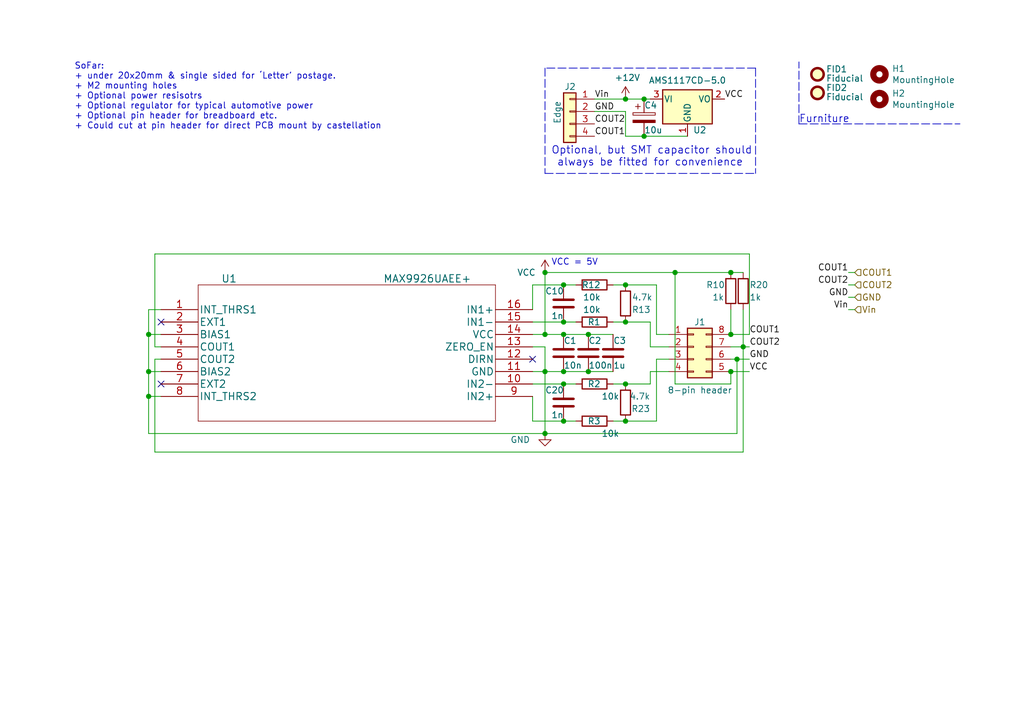
<source format=kicad_sch>
(kicad_sch
	(version 20231120)
	(generator "eeschema")
	(generator_version "8.0")
	(uuid "0630f00d-d41a-4031-bfd7-bedf8b3c8ff8")
	(paper "User" 210.007 148.488)
	(title_block
		(title "Dual Variable Reluctance MAX9926 mode A2")
		(date "2021-02-24")
		(rev "3.5")
		(company "(c)2021 Phill Rogers @ TechColab.co.je")
		(comment 1 "Optional onboard regulator or 5V direct")
		(comment 2 "Optional power resistors")
		(comment 3 "Optional edge header for breadboard etc.")
		(comment 4 "M2 mounting holes")
	)
	(lib_symbols
		(symbol "2021-02-17_17-37-40:MAX9926UAEE+"
			(pin_names
				(offset 0.254)
			)
			(exclude_from_sim no)
			(in_bom yes)
			(on_board yes)
			(property "Reference" "U"
				(at 38.1 10.16 0)
				(effects
					(font
						(size 1.524 1.524)
					)
				)
			)
			(property "Value" "MAX9926UAEE+"
				(at 38.1 7.62 0)
				(effects
					(font
						(size 1.524 1.524)
					)
				)
			)
			(property "Footprint" "21-0055H_16_MXM"
				(at 38.1 6.096 0)
				(effects
					(font
						(size 1.524 1.524)
					)
					(hide yes)
				)
			)
			(property "Datasheet" ""
				(at 0 0 0)
				(effects
					(font
						(size 1.524 1.524)
					)
				)
			)
			(property "Description" ""
				(at 0 0 0)
				(effects
					(font
						(size 1.27 1.27)
					)
					(hide yes)
				)
			)
			(property "ki_locked" ""
				(at 0 0 0)
				(effects
					(font
						(size 1.27 1.27)
					)
				)
			)
			(property "ki_fp_filters" "21-0055H_16_MXM 21-0055H_16_MXM-M 21-0055H_16_MXM-L"
				(at 0 0 0)
				(effects
					(font
						(size 1.27 1.27)
					)
					(hide yes)
				)
			)
			(symbol "MAX9926UAEE+_1_1"
				(polyline
					(pts
						(xy 7.62 -22.86) (xy 68.58 -22.86)
					)
					(stroke
						(width 0.127)
						(type solid)
					)
					(fill
						(type none)
					)
				)
				(polyline
					(pts
						(xy 7.62 5.08) (xy 7.62 -22.86)
					)
					(stroke
						(width 0.127)
						(type solid)
					)
					(fill
						(type none)
					)
				)
				(polyline
					(pts
						(xy 68.58 -22.86) (xy 68.58 5.08)
					)
					(stroke
						(width 0.127)
						(type solid)
					)
					(fill
						(type none)
					)
				)
				(polyline
					(pts
						(xy 68.58 5.08) (xy 7.62 5.08)
					)
					(stroke
						(width 0.127)
						(type solid)
					)
					(fill
						(type none)
					)
				)
				(pin unspecified line
					(at 0 0 0)
					(length 7.62)
					(name "INT_THRS1"
						(effects
							(font
								(size 1.4986 1.4986)
							)
						)
					)
					(number "1"
						(effects
							(font
								(size 1.4986 1.4986)
							)
						)
					)
				)
				(pin input line
					(at 76.2 -15.24 180)
					(length 7.62)
					(name "IN2-"
						(effects
							(font
								(size 1.4986 1.4986)
							)
						)
					)
					(number "10"
						(effects
							(font
								(size 1.4986 1.4986)
							)
						)
					)
				)
				(pin power_in line
					(at 76.2 -12.7 180)
					(length 7.62)
					(name "GND"
						(effects
							(font
								(size 1.4986 1.4986)
							)
						)
					)
					(number "11"
						(effects
							(font
								(size 1.4986 1.4986)
							)
						)
					)
				)
				(pin output line
					(at 76.2 -10.16 180)
					(length 7.62)
					(name "DIRN"
						(effects
							(font
								(size 1.4986 1.4986)
							)
						)
					)
					(number "12"
						(effects
							(font
								(size 1.4986 1.4986)
							)
						)
					)
				)
				(pin unspecified line
					(at 76.2 -7.62 180)
					(length 7.62)
					(name "ZERO_EN"
						(effects
							(font
								(size 1.4986 1.4986)
							)
						)
					)
					(number "13"
						(effects
							(font
								(size 1.4986 1.4986)
							)
						)
					)
				)
				(pin power_in line
					(at 76.2 -5.08 180)
					(length 7.62)
					(name "VCC"
						(effects
							(font
								(size 1.4986 1.4986)
							)
						)
					)
					(number "14"
						(effects
							(font
								(size 1.4986 1.4986)
							)
						)
					)
				)
				(pin input line
					(at 76.2 -2.54 180)
					(length 7.62)
					(name "IN1-"
						(effects
							(font
								(size 1.4986 1.4986)
							)
						)
					)
					(number "15"
						(effects
							(font
								(size 1.4986 1.4986)
							)
						)
					)
				)
				(pin input line
					(at 76.2 0 180)
					(length 7.62)
					(name "IN1+"
						(effects
							(font
								(size 1.4986 1.4986)
							)
						)
					)
					(number "16"
						(effects
							(font
								(size 1.4986 1.4986)
							)
						)
					)
				)
				(pin input line
					(at 0 -2.54 0)
					(length 7.62)
					(name "EXT1"
						(effects
							(font
								(size 1.4986 1.4986)
							)
						)
					)
					(number "2"
						(effects
							(font
								(size 1.4986 1.4986)
							)
						)
					)
				)
				(pin input line
					(at 0 -5.08 0)
					(length 7.62)
					(name "BIAS1"
						(effects
							(font
								(size 1.4986 1.4986)
							)
						)
					)
					(number "3"
						(effects
							(font
								(size 1.4986 1.4986)
							)
						)
					)
				)
				(pin output line
					(at 0 -7.62 0)
					(length 7.62)
					(name "COUT1"
						(effects
							(font
								(size 1.4986 1.4986)
							)
						)
					)
					(number "4"
						(effects
							(font
								(size 1.4986 1.4986)
							)
						)
					)
				)
				(pin output line
					(at 0 -10.16 0)
					(length 7.62)
					(name "COUT2"
						(effects
							(font
								(size 1.4986 1.4986)
							)
						)
					)
					(number "5"
						(effects
							(font
								(size 1.4986 1.4986)
							)
						)
					)
				)
				(pin input line
					(at 0 -12.7 0)
					(length 7.62)
					(name "BIAS2"
						(effects
							(font
								(size 1.4986 1.4986)
							)
						)
					)
					(number "6"
						(effects
							(font
								(size 1.4986 1.4986)
							)
						)
					)
				)
				(pin input line
					(at 0 -15.24 0)
					(length 7.62)
					(name "EXT2"
						(effects
							(font
								(size 1.4986 1.4986)
							)
						)
					)
					(number "7"
						(effects
							(font
								(size 1.4986 1.4986)
							)
						)
					)
				)
				(pin unspecified line
					(at 0 -17.78 0)
					(length 7.62)
					(name "INT_THRS2"
						(effects
							(font
								(size 1.4986 1.4986)
							)
						)
					)
					(number "8"
						(effects
							(font
								(size 1.4986 1.4986)
							)
						)
					)
				)
				(pin input line
					(at 76.2 -17.78 180)
					(length 7.62)
					(name "IN2+"
						(effects
							(font
								(size 1.4986 1.4986)
							)
						)
					)
					(number "9"
						(effects
							(font
								(size 1.4986 1.4986)
							)
						)
					)
				)
			)
		)
		(symbol "Connector_Generic:Conn_01x04"
			(pin_names
				(offset 1.016) hide)
			(exclude_from_sim no)
			(in_bom yes)
			(on_board yes)
			(property "Reference" "J"
				(at 0 5.08 0)
				(effects
					(font
						(size 1.27 1.27)
					)
				)
			)
			(property "Value" "Conn_01x04"
				(at 0 -7.62 0)
				(effects
					(font
						(size 1.27 1.27)
					)
				)
			)
			(property "Footprint" ""
				(at 0 0 0)
				(effects
					(font
						(size 1.27 1.27)
					)
					(hide yes)
				)
			)
			(property "Datasheet" "~"
				(at 0 0 0)
				(effects
					(font
						(size 1.27 1.27)
					)
					(hide yes)
				)
			)
			(property "Description" "Generic connector, single row, 01x04, script generated (kicad-library-utils/schlib/autogen/connector/)"
				(at 0 0 0)
				(effects
					(font
						(size 1.27 1.27)
					)
					(hide yes)
				)
			)
			(property "ki_keywords" "connector"
				(at 0 0 0)
				(effects
					(font
						(size 1.27 1.27)
					)
					(hide yes)
				)
			)
			(property "ki_fp_filters" "Connector*:*_1x??_*"
				(at 0 0 0)
				(effects
					(font
						(size 1.27 1.27)
					)
					(hide yes)
				)
			)
			(symbol "Conn_01x04_1_1"
				(rectangle
					(start -1.27 -4.953)
					(end 0 -5.207)
					(stroke
						(width 0.1524)
						(type default)
					)
					(fill
						(type none)
					)
				)
				(rectangle
					(start -1.27 -2.413)
					(end 0 -2.667)
					(stroke
						(width 0.1524)
						(type default)
					)
					(fill
						(type none)
					)
				)
				(rectangle
					(start -1.27 0.127)
					(end 0 -0.127)
					(stroke
						(width 0.1524)
						(type default)
					)
					(fill
						(type none)
					)
				)
				(rectangle
					(start -1.27 2.667)
					(end 0 2.413)
					(stroke
						(width 0.1524)
						(type default)
					)
					(fill
						(type none)
					)
				)
				(rectangle
					(start -1.27 3.81)
					(end 1.27 -6.35)
					(stroke
						(width 0.254)
						(type default)
					)
					(fill
						(type background)
					)
				)
				(pin passive line
					(at -5.08 2.54 0)
					(length 3.81)
					(name "Pin_1"
						(effects
							(font
								(size 1.27 1.27)
							)
						)
					)
					(number "1"
						(effects
							(font
								(size 1.27 1.27)
							)
						)
					)
				)
				(pin passive line
					(at -5.08 0 0)
					(length 3.81)
					(name "Pin_2"
						(effects
							(font
								(size 1.27 1.27)
							)
						)
					)
					(number "2"
						(effects
							(font
								(size 1.27 1.27)
							)
						)
					)
				)
				(pin passive line
					(at -5.08 -2.54 0)
					(length 3.81)
					(name "Pin_3"
						(effects
							(font
								(size 1.27 1.27)
							)
						)
					)
					(number "3"
						(effects
							(font
								(size 1.27 1.27)
							)
						)
					)
				)
				(pin passive line
					(at -5.08 -5.08 0)
					(length 3.81)
					(name "Pin_4"
						(effects
							(font
								(size 1.27 1.27)
							)
						)
					)
					(number "4"
						(effects
							(font
								(size 1.27 1.27)
							)
						)
					)
				)
			)
		)
		(symbol "Connector_Generic:Conn_02x04_Counter_Clockwise"
			(pin_names
				(offset 1.016) hide)
			(exclude_from_sim no)
			(in_bom yes)
			(on_board yes)
			(property "Reference" "J"
				(at 1.27 5.08 0)
				(effects
					(font
						(size 1.27 1.27)
					)
				)
			)
			(property "Value" "Conn_02x04_Counter_Clockwise"
				(at 1.27 -7.62 0)
				(effects
					(font
						(size 1.27 1.27)
					)
				)
			)
			(property "Footprint" ""
				(at 0 0 0)
				(effects
					(font
						(size 1.27 1.27)
					)
					(hide yes)
				)
			)
			(property "Datasheet" "~"
				(at 0 0 0)
				(effects
					(font
						(size 1.27 1.27)
					)
					(hide yes)
				)
			)
			(property "Description" "Generic connector, double row, 02x04, counter clockwise pin numbering scheme (similar to DIP package numbering), script generated (kicad-library-utils/schlib/autogen/connector/)"
				(at 0 0 0)
				(effects
					(font
						(size 1.27 1.27)
					)
					(hide yes)
				)
			)
			(property "ki_keywords" "connector"
				(at 0 0 0)
				(effects
					(font
						(size 1.27 1.27)
					)
					(hide yes)
				)
			)
			(property "ki_fp_filters" "Connector*:*_2x??_*"
				(at 0 0 0)
				(effects
					(font
						(size 1.27 1.27)
					)
					(hide yes)
				)
			)
			(symbol "Conn_02x04_Counter_Clockwise_1_1"
				(rectangle
					(start -1.27 -4.953)
					(end 0 -5.207)
					(stroke
						(width 0.1524)
						(type default)
					)
					(fill
						(type none)
					)
				)
				(rectangle
					(start -1.27 -2.413)
					(end 0 -2.667)
					(stroke
						(width 0.1524)
						(type default)
					)
					(fill
						(type none)
					)
				)
				(rectangle
					(start -1.27 0.127)
					(end 0 -0.127)
					(stroke
						(width 0.1524)
						(type default)
					)
					(fill
						(type none)
					)
				)
				(rectangle
					(start -1.27 2.667)
					(end 0 2.413)
					(stroke
						(width 0.1524)
						(type default)
					)
					(fill
						(type none)
					)
				)
				(rectangle
					(start -1.27 3.81)
					(end 3.81 -6.35)
					(stroke
						(width 0.254)
						(type default)
					)
					(fill
						(type background)
					)
				)
				(rectangle
					(start 3.81 -4.953)
					(end 2.54 -5.207)
					(stroke
						(width 0.1524)
						(type default)
					)
					(fill
						(type none)
					)
				)
				(rectangle
					(start 3.81 -2.413)
					(end 2.54 -2.667)
					(stroke
						(width 0.1524)
						(type default)
					)
					(fill
						(type none)
					)
				)
				(rectangle
					(start 3.81 0.127)
					(end 2.54 -0.127)
					(stroke
						(width 0.1524)
						(type default)
					)
					(fill
						(type none)
					)
				)
				(rectangle
					(start 3.81 2.667)
					(end 2.54 2.413)
					(stroke
						(width 0.1524)
						(type default)
					)
					(fill
						(type none)
					)
				)
				(pin passive line
					(at -5.08 2.54 0)
					(length 3.81)
					(name "Pin_1"
						(effects
							(font
								(size 1.27 1.27)
							)
						)
					)
					(number "1"
						(effects
							(font
								(size 1.27 1.27)
							)
						)
					)
				)
				(pin passive line
					(at -5.08 0 0)
					(length 3.81)
					(name "Pin_2"
						(effects
							(font
								(size 1.27 1.27)
							)
						)
					)
					(number "2"
						(effects
							(font
								(size 1.27 1.27)
							)
						)
					)
				)
				(pin passive line
					(at -5.08 -2.54 0)
					(length 3.81)
					(name "Pin_3"
						(effects
							(font
								(size 1.27 1.27)
							)
						)
					)
					(number "3"
						(effects
							(font
								(size 1.27 1.27)
							)
						)
					)
				)
				(pin passive line
					(at -5.08 -5.08 0)
					(length 3.81)
					(name "Pin_4"
						(effects
							(font
								(size 1.27 1.27)
							)
						)
					)
					(number "4"
						(effects
							(font
								(size 1.27 1.27)
							)
						)
					)
				)
				(pin passive line
					(at 7.62 -5.08 180)
					(length 3.81)
					(name "Pin_5"
						(effects
							(font
								(size 1.27 1.27)
							)
						)
					)
					(number "5"
						(effects
							(font
								(size 1.27 1.27)
							)
						)
					)
				)
				(pin passive line
					(at 7.62 -2.54 180)
					(length 3.81)
					(name "Pin_6"
						(effects
							(font
								(size 1.27 1.27)
							)
						)
					)
					(number "6"
						(effects
							(font
								(size 1.27 1.27)
							)
						)
					)
				)
				(pin passive line
					(at 7.62 0 180)
					(length 3.81)
					(name "Pin_7"
						(effects
							(font
								(size 1.27 1.27)
							)
						)
					)
					(number "7"
						(effects
							(font
								(size 1.27 1.27)
							)
						)
					)
				)
				(pin passive line
					(at 7.62 2.54 180)
					(length 3.81)
					(name "Pin_8"
						(effects
							(font
								(size 1.27 1.27)
							)
						)
					)
					(number "8"
						(effects
							(font
								(size 1.27 1.27)
							)
						)
					)
				)
			)
		)
		(symbol "Device:C"
			(pin_numbers hide)
			(pin_names
				(offset 0.254)
			)
			(exclude_from_sim no)
			(in_bom yes)
			(on_board yes)
			(property "Reference" "C"
				(at 0.635 2.54 0)
				(effects
					(font
						(size 1.27 1.27)
					)
					(justify left)
				)
			)
			(property "Value" "C"
				(at 0.635 -2.54 0)
				(effects
					(font
						(size 1.27 1.27)
					)
					(justify left)
				)
			)
			(property "Footprint" ""
				(at 0.9652 -3.81 0)
				(effects
					(font
						(size 1.27 1.27)
					)
					(hide yes)
				)
			)
			(property "Datasheet" "~"
				(at 0 0 0)
				(effects
					(font
						(size 1.27 1.27)
					)
					(hide yes)
				)
			)
			(property "Description" "Unpolarized capacitor"
				(at 0 0 0)
				(effects
					(font
						(size 1.27 1.27)
					)
					(hide yes)
				)
			)
			(property "ki_keywords" "cap capacitor"
				(at 0 0 0)
				(effects
					(font
						(size 1.27 1.27)
					)
					(hide yes)
				)
			)
			(property "ki_fp_filters" "C_*"
				(at 0 0 0)
				(effects
					(font
						(size 1.27 1.27)
					)
					(hide yes)
				)
			)
			(symbol "C_0_1"
				(polyline
					(pts
						(xy -2.032 -0.762) (xy 2.032 -0.762)
					)
					(stroke
						(width 0.508)
						(type default)
					)
					(fill
						(type none)
					)
				)
				(polyline
					(pts
						(xy -2.032 0.762) (xy 2.032 0.762)
					)
					(stroke
						(width 0.508)
						(type default)
					)
					(fill
						(type none)
					)
				)
			)
			(symbol "C_1_1"
				(pin passive line
					(at 0 3.81 270)
					(length 2.794)
					(name "~"
						(effects
							(font
								(size 1.27 1.27)
							)
						)
					)
					(number "1"
						(effects
							(font
								(size 1.27 1.27)
							)
						)
					)
				)
				(pin passive line
					(at 0 -3.81 90)
					(length 2.794)
					(name "~"
						(effects
							(font
								(size 1.27 1.27)
							)
						)
					)
					(number "2"
						(effects
							(font
								(size 1.27 1.27)
							)
						)
					)
				)
			)
		)
		(symbol "Device:R"
			(pin_numbers hide)
			(pin_names
				(offset 0)
			)
			(exclude_from_sim no)
			(in_bom yes)
			(on_board yes)
			(property "Reference" "R"
				(at 2.032 0 90)
				(effects
					(font
						(size 1.27 1.27)
					)
				)
			)
			(property "Value" "R"
				(at 0 0 90)
				(effects
					(font
						(size 1.27 1.27)
					)
				)
			)
			(property "Footprint" ""
				(at -1.778 0 90)
				(effects
					(font
						(size 1.27 1.27)
					)
					(hide yes)
				)
			)
			(property "Datasheet" "~"
				(at 0 0 0)
				(effects
					(font
						(size 1.27 1.27)
					)
					(hide yes)
				)
			)
			(property "Description" "Resistor"
				(at 0 0 0)
				(effects
					(font
						(size 1.27 1.27)
					)
					(hide yes)
				)
			)
			(property "ki_keywords" "R res resistor"
				(at 0 0 0)
				(effects
					(font
						(size 1.27 1.27)
					)
					(hide yes)
				)
			)
			(property "ki_fp_filters" "R_*"
				(at 0 0 0)
				(effects
					(font
						(size 1.27 1.27)
					)
					(hide yes)
				)
			)
			(symbol "R_0_1"
				(rectangle
					(start -1.016 -2.54)
					(end 1.016 2.54)
					(stroke
						(width 0.254)
						(type default)
					)
					(fill
						(type none)
					)
				)
			)
			(symbol "R_1_1"
				(pin passive line
					(at 0 3.81 270)
					(length 1.27)
					(name "~"
						(effects
							(font
								(size 1.27 1.27)
							)
						)
					)
					(number "1"
						(effects
							(font
								(size 1.27 1.27)
							)
						)
					)
				)
				(pin passive line
					(at 0 -3.81 90)
					(length 1.27)
					(name "~"
						(effects
							(font
								(size 1.27 1.27)
							)
						)
					)
					(number "2"
						(effects
							(font
								(size 1.27 1.27)
							)
						)
					)
				)
			)
		)
		(symbol "Mechanical:Fiducial"
			(exclude_from_sim yes)
			(in_bom no)
			(on_board yes)
			(property "Reference" "FID"
				(at 0 5.08 0)
				(effects
					(font
						(size 1.27 1.27)
					)
				)
			)
			(property "Value" "Fiducial"
				(at 0 3.175 0)
				(effects
					(font
						(size 1.27 1.27)
					)
				)
			)
			(property "Footprint" ""
				(at 0 0 0)
				(effects
					(font
						(size 1.27 1.27)
					)
					(hide yes)
				)
			)
			(property "Datasheet" "~"
				(at 0 0 0)
				(effects
					(font
						(size 1.27 1.27)
					)
					(hide yes)
				)
			)
			(property "Description" "Fiducial Marker"
				(at 0 0 0)
				(effects
					(font
						(size 1.27 1.27)
					)
					(hide yes)
				)
			)
			(property "ki_keywords" "fiducial marker"
				(at 0 0 0)
				(effects
					(font
						(size 1.27 1.27)
					)
					(hide yes)
				)
			)
			(property "ki_fp_filters" "Fiducial*"
				(at 0 0 0)
				(effects
					(font
						(size 1.27 1.27)
					)
					(hide yes)
				)
			)
			(symbol "Fiducial_0_1"
				(circle
					(center 0 0)
					(radius 1.27)
					(stroke
						(width 0.508)
						(type default)
					)
					(fill
						(type background)
					)
				)
			)
		)
		(symbol "Mechanical:MountingHole"
			(pin_names
				(offset 1.016)
			)
			(exclude_from_sim yes)
			(in_bom no)
			(on_board yes)
			(property "Reference" "H"
				(at 0 5.08 0)
				(effects
					(font
						(size 1.27 1.27)
					)
				)
			)
			(property "Value" "MountingHole"
				(at 0 3.175 0)
				(effects
					(font
						(size 1.27 1.27)
					)
				)
			)
			(property "Footprint" ""
				(at 0 0 0)
				(effects
					(font
						(size 1.27 1.27)
					)
					(hide yes)
				)
			)
			(property "Datasheet" "~"
				(at 0 0 0)
				(effects
					(font
						(size 1.27 1.27)
					)
					(hide yes)
				)
			)
			(property "Description" "Mounting Hole without connection"
				(at 0 0 0)
				(effects
					(font
						(size 1.27 1.27)
					)
					(hide yes)
				)
			)
			(property "ki_keywords" "mounting hole"
				(at 0 0 0)
				(effects
					(font
						(size 1.27 1.27)
					)
					(hide yes)
				)
			)
			(property "ki_fp_filters" "MountingHole*"
				(at 0 0 0)
				(effects
					(font
						(size 1.27 1.27)
					)
					(hide yes)
				)
			)
			(symbol "MountingHole_0_1"
				(circle
					(center 0 0)
					(radius 1.27)
					(stroke
						(width 1.27)
						(type default)
					)
					(fill
						(type none)
					)
				)
			)
		)
		(symbol "Regulator_Linear:AMS1117CD-5.0"
			(pin_names
				(offset 0.254)
			)
			(exclude_from_sim no)
			(in_bom yes)
			(on_board yes)
			(property "Reference" "U"
				(at -3.81 3.175 0)
				(effects
					(font
						(size 1.27 1.27)
					)
				)
			)
			(property "Value" "AMS1117CD-5.0"
				(at 0 3.175 0)
				(effects
					(font
						(size 1.27 1.27)
					)
					(justify left)
				)
			)
			(property "Footprint" "Package_TO_SOT_SMD:TO-252-3_TabPin2"
				(at 0 5.08 0)
				(effects
					(font
						(size 1.27 1.27)
					)
					(hide yes)
				)
			)
			(property "Datasheet" "http://www.advanced-monolithic.com/pdf/ds1117.pdf"
				(at 2.54 -6.35 0)
				(effects
					(font
						(size 1.27 1.27)
					)
					(hide yes)
				)
			)
			(property "Description" "1A Low Dropout regulator, positive, 5.0V fixed output, TO-252"
				(at 0 0 0)
				(effects
					(font
						(size 1.27 1.27)
					)
					(hide yes)
				)
			)
			(property "ki_keywords" "linear regulator ldo fixed positive"
				(at 0 0 0)
				(effects
					(font
						(size 1.27 1.27)
					)
					(hide yes)
				)
			)
			(property "ki_fp_filters" "TO?252*TabPin2*"
				(at 0 0 0)
				(effects
					(font
						(size 1.27 1.27)
					)
					(hide yes)
				)
			)
			(symbol "AMS1117CD-5.0_0_1"
				(rectangle
					(start -5.08 -5.08)
					(end 5.08 1.905)
					(stroke
						(width 0.254)
						(type default)
					)
					(fill
						(type background)
					)
				)
			)
			(symbol "AMS1117CD-5.0_1_1"
				(pin power_in line
					(at 0 -7.62 90)
					(length 2.54)
					(name "GND"
						(effects
							(font
								(size 1.27 1.27)
							)
						)
					)
					(number "1"
						(effects
							(font
								(size 1.27 1.27)
							)
						)
					)
				)
				(pin power_out line
					(at 7.62 0 180)
					(length 2.54)
					(name "VO"
						(effects
							(font
								(size 1.27 1.27)
							)
						)
					)
					(number "2"
						(effects
							(font
								(size 1.27 1.27)
							)
						)
					)
				)
				(pin power_in line
					(at -7.62 0 0)
					(length 2.54)
					(name "VI"
						(effects
							(font
								(size 1.27 1.27)
							)
						)
					)
					(number "3"
						(effects
							(font
								(size 1.27 1.27)
							)
						)
					)
				)
			)
		)
		(symbol "VR-Conditioner-MAX9926+reg-rescue:+12V-power"
			(power)
			(pin_names
				(offset 0)
			)
			(exclude_from_sim no)
			(in_bom yes)
			(on_board yes)
			(property "Reference" "#PWR"
				(at 0 -3.81 0)
				(effects
					(font
						(size 1.27 1.27)
					)
					(hide yes)
				)
			)
			(property "Value" "power_+12V"
				(at 0 3.556 0)
				(effects
					(font
						(size 1.27 1.27)
					)
				)
			)
			(property "Footprint" ""
				(at 0 0 0)
				(effects
					(font
						(size 1.27 1.27)
					)
					(hide yes)
				)
			)
			(property "Datasheet" ""
				(at 0 0 0)
				(effects
					(font
						(size 1.27 1.27)
					)
					(hide yes)
				)
			)
			(property "Description" ""
				(at 0 0 0)
				(effects
					(font
						(size 1.27 1.27)
					)
					(hide yes)
				)
			)
			(symbol "+12V-power_0_1"
				(polyline
					(pts
						(xy -0.762 1.27) (xy 0 2.54)
					)
					(stroke
						(width 0)
						(type solid)
					)
					(fill
						(type none)
					)
				)
				(polyline
					(pts
						(xy 0 0) (xy 0 2.54)
					)
					(stroke
						(width 0)
						(type solid)
					)
					(fill
						(type none)
					)
				)
				(polyline
					(pts
						(xy 0 2.54) (xy 0.762 1.27)
					)
					(stroke
						(width 0)
						(type solid)
					)
					(fill
						(type none)
					)
				)
			)
			(symbol "+12V-power_1_1"
				(pin power_in line
					(at 0 0 90)
					(length 0) hide
					(name "+12V"
						(effects
							(font
								(size 1.27 1.27)
							)
						)
					)
					(number "1"
						(effects
							(font
								(size 1.27 1.27)
							)
						)
					)
				)
			)
		)
		(symbol "VR-Conditioner-MAX9926+reg-rescue:CP-Device"
			(pin_numbers hide)
			(pin_names
				(offset 0.254)
			)
			(exclude_from_sim no)
			(in_bom yes)
			(on_board yes)
			(property "Reference" "C"
				(at 0.635 2.54 0)
				(effects
					(font
						(size 1.27 1.27)
					)
					(justify left)
				)
			)
			(property "Value" "Device_CP"
				(at 0.635 -2.54 0)
				(effects
					(font
						(size 1.27 1.27)
					)
					(justify left)
				)
			)
			(property "Footprint" ""
				(at 0.9652 -3.81 0)
				(effects
					(font
						(size 1.27 1.27)
					)
					(hide yes)
				)
			)
			(property "Datasheet" ""
				(at 0 0 0)
				(effects
					(font
						(size 1.27 1.27)
					)
					(hide yes)
				)
			)
			(property "Description" ""
				(at 0 0 0)
				(effects
					(font
						(size 1.27 1.27)
					)
					(hide yes)
				)
			)
			(property "ki_fp_filters" "CP_*"
				(at 0 0 0)
				(effects
					(font
						(size 1.27 1.27)
					)
					(hide yes)
				)
			)
			(symbol "CP-Device_0_1"
				(rectangle
					(start -2.286 0.508)
					(end 2.286 1.016)
					(stroke
						(width 0)
						(type solid)
					)
					(fill
						(type none)
					)
				)
				(polyline
					(pts
						(xy -1.778 2.286) (xy -0.762 2.286)
					)
					(stroke
						(width 0)
						(type solid)
					)
					(fill
						(type none)
					)
				)
				(polyline
					(pts
						(xy -1.27 2.794) (xy -1.27 1.778)
					)
					(stroke
						(width 0)
						(type solid)
					)
					(fill
						(type none)
					)
				)
				(rectangle
					(start 2.286 -0.508)
					(end -2.286 -1.016)
					(stroke
						(width 0)
						(type solid)
					)
					(fill
						(type outline)
					)
				)
			)
			(symbol "CP-Device_1_1"
				(pin passive line
					(at 0 3.81 270)
					(length 2.794)
					(name "~"
						(effects
							(font
								(size 1.27 1.27)
							)
						)
					)
					(number "1"
						(effects
							(font
								(size 1.27 1.27)
							)
						)
					)
				)
				(pin passive line
					(at 0 -3.81 90)
					(length 2.794)
					(name "~"
						(effects
							(font
								(size 1.27 1.27)
							)
						)
					)
					(number "2"
						(effects
							(font
								(size 1.27 1.27)
							)
						)
					)
				)
			)
		)
		(symbol "VR-Conditioner-MAX9926+reg-rescue:GND-power"
			(power)
			(pin_names
				(offset 0)
			)
			(exclude_from_sim no)
			(in_bom yes)
			(on_board yes)
			(property "Reference" "#PWR"
				(at 0 -6.35 0)
				(effects
					(font
						(size 1.27 1.27)
					)
					(hide yes)
				)
			)
			(property "Value" "power_GND"
				(at 0 -3.81 0)
				(effects
					(font
						(size 1.27 1.27)
					)
				)
			)
			(property "Footprint" ""
				(at 0 0 0)
				(effects
					(font
						(size 1.27 1.27)
					)
					(hide yes)
				)
			)
			(property "Datasheet" ""
				(at 0 0 0)
				(effects
					(font
						(size 1.27 1.27)
					)
					(hide yes)
				)
			)
			(property "Description" ""
				(at 0 0 0)
				(effects
					(font
						(size 1.27 1.27)
					)
					(hide yes)
				)
			)
			(symbol "GND-power_0_1"
				(polyline
					(pts
						(xy 0 0) (xy 0 -1.27) (xy 1.27 -1.27) (xy 0 -2.54) (xy -1.27 -1.27) (xy 0 -1.27)
					)
					(stroke
						(width 0)
						(type solid)
					)
					(fill
						(type none)
					)
				)
			)
			(symbol "GND-power_1_1"
				(pin power_in line
					(at 0 0 270)
					(length 0) hide
					(name "GND"
						(effects
							(font
								(size 1.27 1.27)
							)
						)
					)
					(number "1"
						(effects
							(font
								(size 1.27 1.27)
							)
						)
					)
				)
			)
		)
		(symbol "VR-Conditioner-MAX9926+reg-rescue:VCC-power"
			(power)
			(pin_names
				(offset 0)
			)
			(exclude_from_sim no)
			(in_bom yes)
			(on_board yes)
			(property "Reference" "#PWR"
				(at 0 -3.81 0)
				(effects
					(font
						(size 1.27 1.27)
					)
					(hide yes)
				)
			)
			(property "Value" "power_VCC"
				(at 0 3.81 0)
				(effects
					(font
						(size 1.27 1.27)
					)
				)
			)
			(property "Footprint" ""
				(at 0 0 0)
				(effects
					(font
						(size 1.27 1.27)
					)
					(hide yes)
				)
			)
			(property "Datasheet" ""
				(at 0 0 0)
				(effects
					(font
						(size 1.27 1.27)
					)
					(hide yes)
				)
			)
			(property "Description" ""
				(at 0 0 0)
				(effects
					(font
						(size 1.27 1.27)
					)
					(hide yes)
				)
			)
			(symbol "VCC-power_0_1"
				(polyline
					(pts
						(xy -0.762 1.27) (xy 0 2.54)
					)
					(stroke
						(width 0)
						(type solid)
					)
					(fill
						(type none)
					)
				)
				(polyline
					(pts
						(xy 0 0) (xy 0 2.54)
					)
					(stroke
						(width 0)
						(type solid)
					)
					(fill
						(type none)
					)
				)
				(polyline
					(pts
						(xy 0 2.54) (xy 0.762 1.27)
					)
					(stroke
						(width 0)
						(type solid)
					)
					(fill
						(type none)
					)
				)
			)
			(symbol "VCC-power_1_1"
				(pin power_in line
					(at 0 0 90)
					(length 0) hide
					(name "VCC"
						(effects
							(font
								(size 1.27 1.27)
							)
						)
					)
					(number "1"
						(effects
							(font
								(size 1.27 1.27)
							)
						)
					)
				)
			)
		)
	)
	(junction
		(at 111.76 68.58)
		(diameter 0)
		(color 0 0 0 0)
		(uuid "000efdba-d2a1-48d7-aa3b-c6cea2499ed8")
	)
	(junction
		(at 111.76 76.2)
		(diameter 0)
		(color 0 0 0 0)
		(uuid "03721df9-7c1e-4120-813d-787734966d44")
	)
	(junction
		(at 30.48 68.58)
		(diameter 0)
		(color 0 0 0 0)
		(uuid "0a37b3a5-4f11-4e0e-84f4-30a33fe4655b")
	)
	(junction
		(at 128.27 20.32)
		(diameter 0)
		(color 0 0 0 0)
		(uuid "154810cb-8081-4714-ad66-8997c5cb3459")
	)
	(junction
		(at 115.57 78.74)
		(diameter 0)
		(color 0 0 0 0)
		(uuid "2214a3cb-6744-4058-a42c-7e2f6397a71d")
	)
	(junction
		(at 149.86 76.2)
		(diameter 0)
		(color 0 0 0 0)
		(uuid "254a4697-46e4-4103-b5b6-f450ffd249ab")
	)
	(junction
		(at 128.27 66.04)
		(diameter 0)
		(color 0 0 0 0)
		(uuid "27828495-91b1-4abc-b917-2919d31075b1")
	)
	(junction
		(at 132.08 20.32)
		(diameter 0)
		(color 0 0 0 0)
		(uuid "332822d2-ef63-4429-81ef-b9c6d4d865f2")
	)
	(junction
		(at 152.4 71.12)
		(diameter 0)
		(color 0 0 0 0)
		(uuid "36f1803a-277e-45cc-b0e0-7311414d4bb8")
	)
	(junction
		(at 128.27 86.36)
		(diameter 0)
		(color 0 0 0 0)
		(uuid "421bdf17-384a-4604-a197-0c854eeee58b")
	)
	(junction
		(at 115.57 86.36)
		(diameter 0)
		(color 0 0 0 0)
		(uuid "52999dff-1d6b-4082-a2c5-bd75ffb1cbe1")
	)
	(junction
		(at 151.13 73.66)
		(diameter 0)
		(color 0 0 0 0)
		(uuid "5bf1acd9-7250-4e75-94c6-becf2d0eb7a0")
	)
	(junction
		(at 30.48 76.2)
		(diameter 0)
		(color 0 0 0 0)
		(uuid "5c935c04-6bda-449e-b671-f5256c3a08ba")
	)
	(junction
		(at 128.27 78.74)
		(diameter 0)
		(color 0 0 0 0)
		(uuid "677de70f-d698-4446-8206-d2444a3f0b91")
	)
	(junction
		(at 149.86 68.58)
		(diameter 0)
		(color 0 0 0 0)
		(uuid "7b9aef19-c1bd-4cf9-a9b0-7067b7f71bfd")
	)
	(junction
		(at 115.57 68.58)
		(diameter 0)
		(color 0 0 0 0)
		(uuid "7cbf0b3b-7e31-441d-92dc-a96457aecd43")
	)
	(junction
		(at 149.86 55.88)
		(diameter 0)
		(color 0 0 0 0)
		(uuid "800a465b-e4ed-4f2b-906b-82e73c5f22ba")
	)
	(junction
		(at 138.43 55.88)
		(diameter 0)
		(color 0 0 0 0)
		(uuid "99c13b64-00d7-49b9-8208-5030f92d45cf")
	)
	(junction
		(at 115.57 66.04)
		(diameter 0)
		(color 0 0 0 0)
		(uuid "9ff19b55-20f8-4de3-9252-759fbcda83d0")
	)
	(junction
		(at 111.76 55.88)
		(diameter 0)
		(color 0 0 0 0)
		(uuid "a3c4337a-ba84-4666-bc02-08717e923b85")
	)
	(junction
		(at 115.57 58.42)
		(diameter 0)
		(color 0 0 0 0)
		(uuid "ab426030-306f-46d6-995c-1d3d7616610e")
	)
	(junction
		(at 30.48 81.28)
		(diameter 0)
		(color 0 0 0 0)
		(uuid "c23369c7-2dd4-4df8-ac2a-54bbbb582d3a")
	)
	(junction
		(at 128.27 58.42)
		(diameter 0)
		(color 0 0 0 0)
		(uuid "c2c2c3d9-bbcf-4035-8dc6-96c19d0ae6b7")
	)
	(junction
		(at 120.65 76.2)
		(diameter 0)
		(color 0 0 0 0)
		(uuid "c40200a6-6630-4960-ae30-45025939b6a1")
	)
	(junction
		(at 115.57 76.2)
		(diameter 0)
		(color 0 0 0 0)
		(uuid "cdda9c00-ed8d-4f25-85a0-da64da78ed75")
	)
	(junction
		(at 132.08 27.94)
		(diameter 0)
		(color 0 0 0 0)
		(uuid "e669f1d4-448f-4ca9-99d9-0f1c39af1bfd")
	)
	(junction
		(at 111.76 88.9)
		(diameter 0)
		(color 0 0 0 0)
		(uuid "e762779f-3121-47ee-a46b-2ad76fa74c9c")
	)
	(junction
		(at 120.65 68.58)
		(diameter 0)
		(color 0 0 0 0)
		(uuid "f118fd68-7366-4540-afdb-8d65bb52954d")
	)
	(no_connect
		(at 33.02 66.04)
		(uuid "954f3921-1ca7-446d-a3e7-95d2c5d18738")
	)
	(no_connect
		(at 33.02 78.74)
		(uuid "c1ec1f05-ed7a-4a95-971a-525b508b4f40")
	)
	(no_connect
		(at 109.22 73.66)
		(uuid "e7f7415f-64c7-469f-a822-ba8fc26327f7")
	)
	(wire
		(pts
			(xy 121.92 22.86) (xy 128.27 22.86)
		)
		(stroke
			(width 0)
			(type default)
		)
		(uuid "00ab3468-298d-4e3a-89ac-201ad77292c3")
	)
	(wire
		(pts
			(xy 30.48 88.9) (xy 111.76 88.9)
		)
		(stroke
			(width 0)
			(type default)
		)
		(uuid "010e0bed-039a-46e5-9dc0-68289b5bdc33")
	)
	(wire
		(pts
			(xy 128.27 86.36) (xy 134.62 86.36)
		)
		(stroke
			(width 0)
			(type default)
		)
		(uuid "06c8e150-ebee-43fb-8e4b-bc372498e4f7")
	)
	(wire
		(pts
			(xy 128.27 66.04) (xy 133.35 66.04)
		)
		(stroke
			(width 0)
			(type default)
		)
		(uuid "0e09958d-e82f-4ec9-a569-fafc1e1c5524")
	)
	(wire
		(pts
			(xy 152.4 71.12) (xy 149.86 71.12)
		)
		(stroke
			(width 0)
			(type default)
		)
		(uuid "1541559d-0645-4d15-a07b-43f5bed8713e")
	)
	(wire
		(pts
			(xy 133.35 76.2) (xy 137.16 76.2)
		)
		(stroke
			(width 0)
			(type default)
		)
		(uuid "168f7854-24ed-4de5-b2e4-f583c49c11b0")
	)
	(wire
		(pts
			(xy 30.48 81.28) (xy 30.48 88.9)
		)
		(stroke
			(width 0)
			(type default)
		)
		(uuid "17c02b66-756a-4397-9703-84323fe11735")
	)
	(polyline
		(pts
			(xy 111.76 13.97) (xy 111.76 35.56)
		)
		(stroke
			(width 0)
			(type dash)
		)
		(uuid "18fb8e0b-9026-456c-8025-6d32e543114a")
	)
	(wire
		(pts
			(xy 173.99 60.96) (xy 175.26 60.96)
		)
		(stroke
			(width 0)
			(type default)
		)
		(uuid "1a69927f-e3f3-40b0-8d94-16fd99e844fb")
	)
	(wire
		(pts
			(xy 152.4 71.12) (xy 152.4 92.71)
		)
		(stroke
			(width 0)
			(type default)
		)
		(uuid "20ab4945-b03a-4c2f-b089-98d6e61f4391")
	)
	(wire
		(pts
			(xy 153.67 68.58) (xy 153.67 52.07)
		)
		(stroke
			(width 0)
			(type default)
		)
		(uuid "21197fdb-c046-4e9c-9e4f-fc0cdf32d40e")
	)
	(wire
		(pts
			(xy 134.62 68.58) (xy 137.16 68.58)
		)
		(stroke
			(width 0)
			(type default)
		)
		(uuid "233174b0-80fe-4650-a3d5-a1cf1f3c3901")
	)
	(wire
		(pts
			(xy 111.76 71.12) (xy 109.22 71.12)
		)
		(stroke
			(width 0)
			(type default)
		)
		(uuid "24592fcd-a6b3-43a6-a620-831e1799eaed")
	)
	(wire
		(pts
			(xy 115.57 76.2) (xy 111.76 76.2)
		)
		(stroke
			(width 0)
			(type default)
		)
		(uuid "2a617d30-0d24-4a64-b986-a0fae159ae7d")
	)
	(wire
		(pts
			(xy 109.22 81.28) (xy 109.22 86.36)
		)
		(stroke
			(width 0)
			(type default)
		)
		(uuid "2bf0bc2b-43a0-438e-85cd-1509639df6ff")
	)
	(wire
		(pts
			(xy 121.92 20.32) (xy 128.27 20.32)
		)
		(stroke
			(width 0)
			(type default)
		)
		(uuid "2e78301f-0822-4875-8eba-adb0ebc1bd08")
	)
	(wire
		(pts
			(xy 125.73 66.04) (xy 128.27 66.04)
		)
		(stroke
			(width 0)
			(type default)
		)
		(uuid "2f1ccf6a-ad1a-4cd5-afc4-a4684c116829")
	)
	(wire
		(pts
			(xy 120.65 68.58) (xy 125.73 68.58)
		)
		(stroke
			(width 0)
			(type default)
		)
		(uuid "2f7dc49e-3db2-43ea-a2f4-58898231dd9f")
	)
	(wire
		(pts
			(xy 133.35 66.04) (xy 133.35 71.12)
		)
		(stroke
			(width 0)
			(type default)
		)
		(uuid "363ad335-ec4a-4bdb-8129-63d54ed6648c")
	)
	(wire
		(pts
			(xy 115.57 58.42) (xy 118.11 58.42)
		)
		(stroke
			(width 0)
			(type default)
		)
		(uuid "395ee79b-96bc-41eb-89a7-1a2937d54867")
	)
	(wire
		(pts
			(xy 149.86 78.74) (xy 138.43 78.74)
		)
		(stroke
			(width 0)
			(type default)
		)
		(uuid "3ae00975-5703-45c8-9c1b-ebe2ece2b34b")
	)
	(wire
		(pts
			(xy 30.48 68.58) (xy 33.02 68.58)
		)
		(stroke
			(width 0)
			(type default)
		)
		(uuid "3df10ebe-6d10-4094-aee2-db29b5a89bf9")
	)
	(wire
		(pts
			(xy 115.57 68.58) (xy 120.65 68.58)
		)
		(stroke
			(width 0)
			(type default)
		)
		(uuid "419f89aa-1681-438d-a399-5b2607a2997f")
	)
	(wire
		(pts
			(xy 30.48 76.2) (xy 33.02 76.2)
		)
		(stroke
			(width 0)
			(type default)
		)
		(uuid "4b8a579c-014e-48dd-a143-d3aa147a3eec")
	)
	(wire
		(pts
			(xy 115.57 66.04) (xy 118.11 66.04)
		)
		(stroke
			(width 0)
			(type default)
		)
		(uuid "4bc740ad-a8f6-45fd-8539-435c348e3631")
	)
	(wire
		(pts
			(xy 30.48 81.28) (xy 30.48 76.2)
		)
		(stroke
			(width 0)
			(type default)
		)
		(uuid "4bebc51f-7085-4c71-b902-3db1c4ab1541")
	)
	(wire
		(pts
			(xy 134.62 73.66) (xy 134.62 86.36)
		)
		(stroke
			(width 0)
			(type default)
		)
		(uuid "51b50199-b260-4544-aedd-245bbb552ef9")
	)
	(wire
		(pts
			(xy 151.13 73.66) (xy 151.13 88.9)
		)
		(stroke
			(width 0)
			(type default)
		)
		(uuid "54fb5568-9d6d-4126-a090-8a57eba5d743")
	)
	(wire
		(pts
			(xy 149.86 68.58) (xy 153.67 68.58)
		)
		(stroke
			(width 0)
			(type default)
		)
		(uuid "554d9ea4-cb87-4965-aa9d-42ac50105137")
	)
	(wire
		(pts
			(xy 109.22 58.42) (xy 115.57 58.42)
		)
		(stroke
			(width 0)
			(type default)
		)
		(uuid "57c25e7e-c08c-45c2-b443-65f4227b7a1f")
	)
	(wire
		(pts
			(xy 128.27 58.42) (xy 134.62 58.42)
		)
		(stroke
			(width 0)
			(type default)
		)
		(uuid "5e1ede1f-9de0-4d99-ba5c-a9f47e2b0f30")
	)
	(wire
		(pts
			(xy 33.02 63.5) (xy 30.48 63.5)
		)
		(stroke
			(width 0)
			(type default)
		)
		(uuid "5e81d650-1122-4718-9815-57b196eb1f90")
	)
	(wire
		(pts
			(xy 128.27 27.94) (xy 132.08 27.94)
		)
		(stroke
			(width 0)
			(type default)
		)
		(uuid "63ab846a-4c61-4868-8b30-00a44fddac7a")
	)
	(wire
		(pts
			(xy 33.02 81.28) (xy 30.48 81.28)
		)
		(stroke
			(width 0)
			(type default)
		)
		(uuid "63f77c44-5b58-498f-a07f-11c597e13d54")
	)
	(wire
		(pts
			(xy 109.22 76.2) (xy 111.76 76.2)
		)
		(stroke
			(width 0)
			(type default)
		)
		(uuid "6eae400f-c6a5-4c4a-bbba-fab75abd3cba")
	)
	(wire
		(pts
			(xy 133.35 78.74) (xy 133.35 76.2)
		)
		(stroke
			(width 0)
			(type default)
		)
		(uuid "728dcc8b-3328-4f93-b3a8-8a5e21123162")
	)
	(wire
		(pts
			(xy 149.86 55.88) (xy 152.4 55.88)
		)
		(stroke
			(width 0)
			(type default)
		)
		(uuid "74ca9650-36c2-493d-96be-be05b086b7ca")
	)
	(wire
		(pts
			(xy 151.13 88.9) (xy 111.76 88.9)
		)
		(stroke
			(width 0)
			(type default)
		)
		(uuid "74d98155-b206-40cf-a4ae-ec0d60f9dd37")
	)
	(wire
		(pts
			(xy 109.22 78.74) (xy 115.57 78.74)
		)
		(stroke
			(width 0)
			(type default)
		)
		(uuid "7ac751b3-0369-4977-9070-7c8d29f47c6a")
	)
	(wire
		(pts
			(xy 132.08 27.94) (xy 140.97 27.94)
		)
		(stroke
			(width 0)
			(type default)
		)
		(uuid "859f31c1-8f92-4b40-a95a-8f7471011e11")
	)
	(wire
		(pts
			(xy 33.02 73.66) (xy 31.75 73.66)
		)
		(stroke
			(width 0)
			(type default)
		)
		(uuid "86690b5c-9cfa-4681-b5c5-0b30a4bbb751")
	)
	(wire
		(pts
			(xy 128.27 20.32) (xy 132.08 20.32)
		)
		(stroke
			(width 0)
			(type default)
		)
		(uuid "8ceeec2c-4c28-4684-8f19-a451823cf6aa")
	)
	(wire
		(pts
			(xy 173.99 58.42) (xy 175.26 58.42)
		)
		(stroke
			(width 0)
			(type default)
		)
		(uuid "9330154b-2496-4516-9f0c-511d6127bcfc")
	)
	(wire
		(pts
			(xy 115.57 78.74) (xy 118.11 78.74)
		)
		(stroke
			(width 0)
			(type default)
		)
		(uuid "947017c6-dc27-4498-82fe-a8a26c1cdc74")
	)
	(wire
		(pts
			(xy 30.48 68.58) (xy 30.48 76.2)
		)
		(stroke
			(width 0)
			(type default)
		)
		(uuid "9558867f-bce1-46a8-ba27-22040df35f0e")
	)
	(wire
		(pts
			(xy 33.02 71.12) (xy 31.75 71.12)
		)
		(stroke
			(width 0)
			(type default)
		)
		(uuid "968821b1-e37f-4fd4-a0a9-4d5667022246")
	)
	(wire
		(pts
			(xy 133.35 71.12) (xy 137.16 71.12)
		)
		(stroke
			(width 0)
			(type default)
		)
		(uuid "98830981-4e5b-4753-87bc-cdbd7133389f")
	)
	(wire
		(pts
			(xy 134.62 68.58) (xy 134.62 58.42)
		)
		(stroke
			(width 0)
			(type default)
		)
		(uuid "9ae36f71-f409-426e-bea3-b32f0f0b4740")
	)
	(wire
		(pts
			(xy 111.76 55.88) (xy 138.43 55.88)
		)
		(stroke
			(width 0)
			(type default)
		)
		(uuid "9d22e993-360d-46a7-b468-e915c617a86e")
	)
	(wire
		(pts
			(xy 138.43 78.74) (xy 138.43 55.88)
		)
		(stroke
			(width 0)
			(type default)
		)
		(uuid "9fcad72d-5943-4475-9d0a-31c20db26c76")
	)
	(wire
		(pts
			(xy 153.67 76.2) (xy 149.86 76.2)
		)
		(stroke
			(width 0)
			(type default)
		)
		(uuid "a0ab3f7e-5f29-46c5-a122-0bfedf9a48e7")
	)
	(wire
		(pts
			(xy 173.99 55.88) (xy 175.26 55.88)
		)
		(stroke
			(width 0)
			(type default)
		)
		(uuid "a22109e0-a0a3-4f82-b3db-f35d85c51d57")
	)
	(wire
		(pts
			(xy 152.4 63.5) (xy 152.4 71.12)
		)
		(stroke
			(width 0)
			(type default)
		)
		(uuid "a2754463-f1df-4076-81dd-eadd1d02cc47")
	)
	(wire
		(pts
			(xy 115.57 76.2) (xy 120.65 76.2)
		)
		(stroke
			(width 0)
			(type default)
		)
		(uuid "a2b4012a-00e7-49bd-8318-b66a3874b48d")
	)
	(wire
		(pts
			(xy 31.75 92.71) (xy 152.4 92.71)
		)
		(stroke
			(width 0)
			(type default)
		)
		(uuid "a4fe796a-7dbe-4879-9092-b36f07c4a8bd")
	)
	(wire
		(pts
			(xy 125.73 58.42) (xy 128.27 58.42)
		)
		(stroke
			(width 0)
			(type default)
		)
		(uuid "a5164cab-9e21-45b1-a701-1c1d1c6415d1")
	)
	(wire
		(pts
			(xy 151.13 73.66) (xy 153.67 73.66)
		)
		(stroke
			(width 0)
			(type default)
		)
		(uuid "a5e1e0b9-139c-4e8e-abb5-475ff66a4e66")
	)
	(wire
		(pts
			(xy 120.65 76.2) (xy 125.73 76.2)
		)
		(stroke
			(width 0)
			(type default)
		)
		(uuid "a6657205-e63d-4fd5-a602-2dfaf83815fc")
	)
	(wire
		(pts
			(xy 128.27 22.86) (xy 128.27 27.94)
		)
		(stroke
			(width 0)
			(type default)
		)
		(uuid "a7e40f39-d1ef-46cf-a362-706ab4c8a437")
	)
	(wire
		(pts
			(xy 125.73 78.74) (xy 128.27 78.74)
		)
		(stroke
			(width 0)
			(type default)
		)
		(uuid "aa3dc611-d127-4377-b0ab-9434901e0a35")
	)
	(wire
		(pts
			(xy 138.43 55.88) (xy 149.86 55.88)
		)
		(stroke
			(width 0)
			(type default)
		)
		(uuid "afeba408-8fee-476e-8257-6f34a38fd95d")
	)
	(wire
		(pts
			(xy 31.75 52.07) (xy 153.67 52.07)
		)
		(stroke
			(width 0)
			(type default)
		)
		(uuid "b51b5674-e055-4993-80db-dc50f92b6eb6")
	)
	(wire
		(pts
			(xy 115.57 86.36) (xy 118.11 86.36)
		)
		(stroke
			(width 0)
			(type default)
		)
		(uuid "b924a2a2-5b13-4767-873f-f6a2ff18965a")
	)
	(wire
		(pts
			(xy 173.99 63.5) (xy 175.26 63.5)
		)
		(stroke
			(width 0)
			(type default)
		)
		(uuid "b99b7b42-41f8-48e6-9393-4617c911888f")
	)
	(wire
		(pts
			(xy 109.22 66.04) (xy 115.57 66.04)
		)
		(stroke
			(width 0)
			(type default)
		)
		(uuid "ba712863-3d53-4803-91aa-bbcf7a5b08da")
	)
	(wire
		(pts
			(xy 111.76 71.12) (xy 111.76 76.2)
		)
		(stroke
			(width 0)
			(type default)
		)
		(uuid "bcd87e96-fdcb-440e-8683-f39a147b8d8d")
	)
	(wire
		(pts
			(xy 149.86 68.58) (xy 149.86 63.5)
		)
		(stroke
			(width 0)
			(type default)
		)
		(uuid "bd15a453-1ed1-48be-85c3-7b58e911c8e0")
	)
	(wire
		(pts
			(xy 132.08 20.32) (xy 133.35 20.32)
		)
		(stroke
			(width 0)
			(type default)
		)
		(uuid "c25aeb48-22b3-4cf2-b937-05a3958a7698")
	)
	(wire
		(pts
			(xy 153.67 71.12) (xy 152.4 71.12)
		)
		(stroke
			(width 0)
			(type default)
		)
		(uuid "c2800c6b-5ff4-4a51-a4d8-70af2ce5661e")
	)
	(wire
		(pts
			(xy 31.75 71.12) (xy 31.75 52.07)
		)
		(stroke
			(width 0)
			(type default)
		)
		(uuid "c4db8141-0cdd-40f2-9ed7-c263d1650f50")
	)
	(polyline
		(pts
			(xy 163.83 25.4) (xy 163.83 12.7)
		)
		(stroke
			(width 0)
			(type dash)
		)
		(uuid "c72854cd-0f11-475e-b00e-b417105a0a83")
	)
	(wire
		(pts
			(xy 149.86 73.66) (xy 151.13 73.66)
		)
		(stroke
			(width 0)
			(type default)
		)
		(uuid "cd9cbcde-a18a-4d23-8650-bd8d0d512ef0")
	)
	(wire
		(pts
			(xy 125.73 86.36) (xy 128.27 86.36)
		)
		(stroke
			(width 0)
			(type default)
		)
		(uuid "cf82e1ba-c11f-4742-b756-4589c49ae54b")
	)
	(polyline
		(pts
			(xy 154.94 13.97) (xy 111.76 13.97)
		)
		(stroke
			(width 0)
			(type dash)
		)
		(uuid "d4d2a87d-1616-431e-98e6-49e6fb7234e6")
	)
	(wire
		(pts
			(xy 109.22 68.58) (xy 111.76 68.58)
		)
		(stroke
			(width 0)
			(type default)
		)
		(uuid "dbab4851-39a7-46a9-98f4-c239a98a7b7c")
	)
	(polyline
		(pts
			(xy 154.94 13.97) (xy 154.94 35.56)
		)
		(stroke
			(width 0)
			(type dash)
		)
		(uuid "df72fb20-7f9a-4423-86b4-cc0e0cfe71e8")
	)
	(wire
		(pts
			(xy 111.76 55.88) (xy 111.76 68.58)
		)
		(stroke
			(width 0)
			(type default)
		)
		(uuid "e8006c06-ecdf-4e6b-b121-aaf3b53ffbfb")
	)
	(wire
		(pts
			(xy 111.76 76.2) (xy 111.76 88.9)
		)
		(stroke
			(width 0)
			(type default)
		)
		(uuid "eaec9774-35f9-4f46-b93d-b7a7a598682a")
	)
	(wire
		(pts
			(xy 109.22 63.5) (xy 109.22 58.42)
		)
		(stroke
			(width 0)
			(type default)
		)
		(uuid "ec1204de-85e9-42cc-a45b-b96232f1420f")
	)
	(wire
		(pts
			(xy 134.62 73.66) (xy 137.16 73.66)
		)
		(stroke
			(width 0)
			(type default)
		)
		(uuid "ecbc065b-7806-4049-b72a-4ab5dfce03bc")
	)
	(wire
		(pts
			(xy 111.76 68.58) (xy 115.57 68.58)
		)
		(stroke
			(width 0)
			(type default)
		)
		(uuid "ef4fcf21-a279-4600-8f14-9487fdde9c03")
	)
	(wire
		(pts
			(xy 128.27 78.74) (xy 133.35 78.74)
		)
		(stroke
			(width 0)
			(type default)
		)
		(uuid "f012ebb1-0acc-49e5-b558-81b26ee4425c")
	)
	(wire
		(pts
			(xy 109.22 86.36) (xy 115.57 86.36)
		)
		(stroke
			(width 0)
			(type default)
		)
		(uuid "f0c462fe-0f31-43f3-bb48-4d9a15db8553")
	)
	(polyline
		(pts
			(xy 111.76 35.56) (xy 154.94 35.56)
		)
		(stroke
			(width 0)
			(type dash)
		)
		(uuid "f48c532f-dfea-4c5e-9d66-215ebe810a6e")
	)
	(polyline
		(pts
			(xy 163.83 25.4) (xy 196.85 25.4)
		)
		(stroke
			(width 0)
			(type dash)
		)
		(uuid "f6e5dfcc-4042-4554-ab16-141f774726ca")
	)
	(wire
		(pts
			(xy 31.75 73.66) (xy 31.75 92.71)
		)
		(stroke
			(width 0)
			(type default)
		)
		(uuid "f8e690f8-7cac-40ae-8fdd-d012fceff971")
	)
	(wire
		(pts
			(xy 149.86 76.2) (xy 149.86 78.74)
		)
		(stroke
			(width 0)
			(type default)
		)
		(uuid "f9b25016-28b5-43cc-b0af-8996bd5763ae")
	)
	(wire
		(pts
			(xy 30.48 63.5) (xy 30.48 68.58)
		)
		(stroke
			(width 0)
			(type default)
		)
		(uuid "fcbe789b-1fdc-4a98-a9a6-c5f782e31aa7")
	)
	(text "VCC = 5V"
		(exclude_from_sim no)
		(at 113.03 54.61 0)
		(effects
			(font
				(size 1.27 1.27)
			)
			(justify left bottom)
		)
		(uuid "92295624-73e0-4a50-b40c-9096a094e890")
	)
	(text "Optional, but SMT capacitor should\n always be fitted for convenience"
		(exclude_from_sim no)
		(at 113.03 34.29 0)
		(effects
			(font
				(size 1.524 1.524)
			)
			(justify left bottom)
		)
		(uuid "96fc7663-317b-4db2-99ca-0293c8e8eca2")
	)
	(text "Furniture"
		(exclude_from_sim no)
		(at 163.83 25.4 0)
		(effects
			(font
				(size 1.524 1.524)
			)
			(justify left bottom)
		)
		(uuid "e27e4853-4d2d-4a58-9a02-4379c3058efa")
	)
	(text "SoFar:\n+ under 20x20mm & single sided for ‘Letter’ postage.\n+ M2 mounting holes\n+ Optional power resisotrs\n+ Optional regulator for typical automotive power\n+ Optional pin header for breadboard etc. \n+ Could cut at pin header for direct PCB mount by castellation"
		(exclude_from_sim no)
		(at 15.24 26.67 0)
		(effects
			(font
				(size 1.27 1.27)
			)
			(justify left bottom)
		)
		(uuid "f31f87fe-175a-4293-b332-8ba44546ea74")
	)
	(label "GND"
		(at 153.67 73.66 0)
		(effects
			(font
				(size 1.27 1.27)
			)
			(justify left bottom)
		)
		(uuid "15a46d91-c521-418b-b878-57fb9442f05d")
	)
	(label "GND"
		(at 173.99 60.96 180)
		(effects
			(font
				(size 1.27 1.27)
			)
			(justify right bottom)
		)
		(uuid "1e3a2ad1-0d91-4983-a57e-f2da6918659e")
	)
	(label "COUT2"
		(at 173.99 58.42 180)
		(effects
			(font
				(size 1.27 1.27)
			)
			(justify right bottom)
		)
		(uuid "22d568ae-b686-471a-8b66-42f88f1ff769")
	)
	(label "COUT2"
		(at 153.67 71.12 0)
		(effects
			(font
				(size 1.27 1.27)
			)
			(justify left bottom)
		)
		(uuid "3548afe3-4e2b-45ed-a1b7-771035adaf45")
	)
	(label "COUT1"
		(at 153.67 68.58 0)
		(effects
			(font
				(size 1.27 1.27)
			)
			(justify left bottom)
		)
		(uuid "54af4bdd-eb53-4189-a367-9ca7d331bf78")
	)
	(label "COUT1"
		(at 173.99 55.88 180)
		(effects
			(font
				(size 1.27 1.27)
			)
			(justify right bottom)
		)
		(uuid "69629e74-aa3f-4de5-b2c1-f486119e77e0")
	)
	(label "VCC"
		(at 148.59 20.32 0)
		(effects
			(font
				(size 1.27 1.27)
			)
			(justify left bottom)
		)
		(uuid "6c7ed1ae-7e75-4f78-9695-3444a8f0f104")
	)
	(label "COUT1"
		(at 121.92 27.94 0)
		(effects
			(font
				(size 1.27 1.27)
			)
			(justify left bottom)
		)
		(uuid "8e5f491b-bce8-4300-8fe5-ed9d2980a22b")
	)
	(label "VCC"
		(at 153.67 76.2 0)
		(effects
			(font
				(size 1.27 1.27)
			)
			(justify left bottom)
		)
		(uuid "8f416dd1-2f12-4305-8c89-5a7bb71c1186")
	)
	(label "COUT2"
		(at 121.92 25.4 0)
		(effects
			(font
				(size 1.27 1.27)
			)
			(justify left bottom)
		)
		(uuid "a7809fea-14df-445a-9260-9ef57cbbc983")
	)
	(label "Vin"
		(at 173.99 63.5 180)
		(effects
			(font
				(size 1.27 1.27)
			)
			(justify right bottom)
		)
		(uuid "a935c151-20ed-4c6c-8825-3e2e02cf0ca1")
	)
	(label "Vin"
		(at 121.92 20.32 0)
		(effects
			(font
				(size 1.27 1.27)
			)
			(justify left bottom)
		)
		(uuid "cce07013-eaee-4eb6-a8f6-8eac1e6ac270")
	)
	(label "GND"
		(at 121.92 22.86 0)
		(effects
			(font
				(size 1.27 1.27)
			)
			(justify left bottom)
		)
		(uuid "d66c6b6d-532f-401d-922d-a2ac304239b7")
	)
	(hierarchical_label "COUT2"
		(shape input)
		(at 175.26 58.42 0)
		(effects
			(font
				(size 1.27 1.27)
			)
			(justify left)
		)
		(uuid "29c12eb8-b1ed-46bc-b386-8237588fe976")
	)
	(hierarchical_label "GND"
		(shape input)
		(at 175.26 60.96 0)
		(effects
			(font
				(size 1.27 1.27)
			)
			(justify left)
		)
		(uuid "c836ccc2-54e1-4006-8e90-310ddef9eb12")
	)
	(hierarchical_label "Vin"
		(shape input)
		(at 175.26 63.5 0)
		(effects
			(font
				(size 1.27 1.27)
			)
			(justify left)
		)
		(uuid "ca920cb7-75b6-4c00-82b6-00aaa4813ab8")
	)
	(hierarchical_label "COUT1"
		(shape input)
		(at 175.26 55.88 0)
		(effects
			(font
				(size 1.27 1.27)
			)
			(justify left)
		)
		(uuid "fffd5c74-131a-4f5e-814c-50b2e00ed817")
	)
	(symbol
		(lib_id "2021-02-17_17-37-40:MAX9926UAEE+")
		(at 33.02 63.5 0)
		(unit 1)
		(exclude_from_sim no)
		(in_bom yes)
		(on_board yes)
		(dnp no)
		(uuid "00000000-0000-0000-0000-0000602daa0c")
		(property "Reference" "U1"
			(at 46.99 57.15 0)
			(effects
				(font
					(size 1.524 1.524)
				)
			)
		)
		(property "Value" "MAX9926UAEE+"
			(at 87.63 57.15 0)
			(effects
				(font
					(size 1.524 1.524)
				)
			)
		)
		(property "Footprint" "MAX9926UAEE+:MAX9926UAEE&plus_"
			(at 71.12 57.404 0)
			(effects
				(font
					(size 1.524 1.524)
				)
				(hide yes)
			)
		)
		(property "Datasheet" "https://datasheet.octopart.com/MAX9926UAEE%2B-Maxim-Integrated-datasheet-11046290.pdf"
			(at 33.02 63.5 0)
			(effects
				(font
					(size 1.524 1.524)
				)
				(hide yes)
			)
		)
		(property "Description" ""
			(at 33.02 63.5 0)
			(effects
				(font
					(size 1.27 1.27)
				)
				(hide yes)
			)
		)
		(property "MFG Name" "Maxim Integrated"
			(at 33.02 63.5 0)
			(effects
				(font
					(size 1.27 1.27)
				)
				(hide yes)
			)
		)
		(property "MFG Part Num" "MAX9926UAEE+"
			(at 33.02 63.5 0)
			(effects
				(font
					(size 1.27 1.27)
				)
				(hide yes)
			)
		)
		(property "Description" "MAX9926 Series 10 mA Differential Input Logic Output Sensor Interface -SSOP-16"
			(at 33.02 63.5 0)
			(effects
				(font
					(size 1.27 1.27)
				)
				(hide yes)
			)
		)
		(property "Package JEDEC ID" "SSOP-16"
			(at 33.02 63.5 0)
			(effects
				(font
					(size 1.27 1.27)
				)
				(hide yes)
			)
		)
		(property "Critical" "Yes"
			(at 33.02 63.5 0)
			(effects
				(font
					(size 1.27 1.27)
				)
				(hide yes)
			)
		)
		(pin "6"
			(uuid "1aed6264-66d1-4e01-bbad-b5951481f8a0")
		)
		(pin "8"
			(uuid "247a6313-d177-48e6-a790-622c8f265e1a")
		)
		(pin "4"
			(uuid "bb123f90-b131-492b-ac13-57bf4d319d23")
		)
		(pin "7"
			(uuid "8f4b951d-0b8c-47e4-8fe0-1e1c5e2b6197")
		)
		(pin "15"
			(uuid "617b9edc-d13e-4854-8bb7-537c262f9a42")
		)
		(pin "2"
			(uuid "f016cf71-e0a4-4ccc-8335-ca999019fe6f")
		)
		(pin "3"
			(uuid "1d39ab38-a1d9-4eee-85ea-105ce56fe6f6")
		)
		(pin "14"
			(uuid "99e81ef8-dc4a-418b-bd1c-4c5e6935da86")
		)
		(pin "16"
			(uuid "db029a87-5bd8-4f4c-8972-0812a2da999b")
		)
		(pin "5"
			(uuid "1f08ff58-6a1d-4ce5-b6fe-4206ee1610ed")
		)
		(pin "9"
			(uuid "59604909-f10c-47b0-be5c-261536f422e2")
		)
		(pin "1"
			(uuid "861578ad-9c3b-4b18-8bdb-911fbda41dda")
		)
		(pin "10"
			(uuid "1e237e94-9ed8-4b95-ac72-c59eddbd61fa")
		)
		(pin "11"
			(uuid "d8fab16a-dd19-4222-82bd-18eff31ab344")
		)
		(pin "12"
			(uuid "62f78a87-8b96-4a8f-b9d2-0b747d5f11cb")
		)
		(pin "13"
			(uuid "81807066-6575-48af-8448-2bd1f99330bf")
		)
		(instances
			(project "VR-Conditioner-MAX9926+reg"
				(path "/0630f00d-d41a-4031-bfd7-bedf8b3c8ff8"
					(reference "U1")
					(unit 1)
				)
			)
		)
	)
	(symbol
		(lib_id "Device:C")
		(at 115.57 72.39 0)
		(unit 1)
		(exclude_from_sim no)
		(in_bom yes)
		(on_board yes)
		(dnp no)
		(uuid "00000000-0000-0000-0000-0000602dca31")
		(property "Reference" "C1"
			(at 115.57 69.85 0)
			(effects
				(font
					(size 1.27 1.27)
				)
				(justify left)
			)
		)
		(property "Value" "10n"
			(at 115.57 74.93 0)
			(effects
				(font
					(size 1.27 1.27)
				)
				(justify left)
			)
		)
		(property "Footprint" "Capacitor_SMD:C_0603_1608Metric"
			(at 116.5352 76.2 0)
			(effects
				(font
					(size 1.27 1.27)
				)
				(hide yes)
			)
		)
		(property "Datasheet" "~"
			(at 115.57 72.39 0)
			(effects
				(font
					(size 1.27 1.27)
				)
				(hide yes)
			)
		)
		(property "Description" ""
			(at 115.57 72.39 0)
			(effects
				(font
					(size 1.27 1.27)
				)
				(hide yes)
			)
		)
		(property "Description" "10 V ±5% Tolerance U2J Multilayer Ceramic Capacitor\r"
			(at 115.57 72.39 0)
			(effects
				(font
					(size 1.27 1.27)
				)
				(hide yes)
			)
		)
		(property "Package JEDEC ID" "0603_1608Metric"
			(at 115.57 72.39 0)
			(effects
				(font
					(size 1.27 1.27)
				)
				(hide yes)
			)
		)
		(property "MFG Name" "Murata\rMurata\r"
			(at 115.57 72.39 0)
			(effects
				(font
					(size 1.27 1.27)
				)
				(hide yes)
			)
		)
		(property "MFG Part Num" "GRM1857U1A103JA44D\r"
			(at 115.57 72.39 0)
			(effects
				(font
					(size 1.27 1.27)
				)
				(hide yes)
			)
		)
		(pin "2"
			(uuid "0780797b-14ba-4330-a3a8-3e27de3065d5")
		)
		(pin "1"
			(uuid "23aa4ac9-5ac9-40e2-aa95-6b4c90da23c1")
		)
		(instances
			(project "VR-Conditioner-MAX9926+reg"
				(path "/0630f00d-d41a-4031-bfd7-bedf8b3c8ff8"
					(reference "C1")
					(unit 1)
				)
			)
		)
	)
	(symbol
		(lib_id "VR-Conditioner-MAX9926+reg-rescue:GND-power")
		(at 111.76 88.9 0)
		(unit 1)
		(exclude_from_sim no)
		(in_bom yes)
		(on_board yes)
		(dnp no)
		(uuid "00000000-0000-0000-0000-0000602dda11")
		(property "Reference" "#PWR0101"
			(at 111.76 95.25 0)
			(effects
				(font
					(size 1.27 1.27)
				)
				(hide yes)
			)
		)
		(property "Value" "GND"
			(at 106.68 90.17 0)
			(effects
				(font
					(size 1.27 1.27)
				)
			)
		)
		(property "Footprint" ""
			(at 111.76 88.9 0)
			(effects
				(font
					(size 1.27 1.27)
				)
				(hide yes)
			)
		)
		(property "Datasheet" ""
			(at 111.76 88.9 0)
			(effects
				(font
					(size 1.27 1.27)
				)
				(hide yes)
			)
		)
		(property "Description" ""
			(at 111.76 88.9 0)
			(effects
				(font
					(size 1.27 1.27)
				)
				(hide yes)
			)
		)
		(pin "1"
			(uuid "86ec5414-757a-4f97-a893-2d0a89c88127")
		)
		(instances
			(project "VR-Conditioner-MAX9926+reg"
				(path "/0630f00d-d41a-4031-bfd7-bedf8b3c8ff8"
					(reference "#PWR0101")
					(unit 1)
				)
			)
		)
	)
	(symbol
		(lib_id "Device:C")
		(at 120.65 72.39 0)
		(unit 1)
		(exclude_from_sim no)
		(in_bom yes)
		(on_board yes)
		(dnp no)
		(uuid "00000000-0000-0000-0000-0000602eb266")
		(property "Reference" "C2"
			(at 120.65 69.85 0)
			(effects
				(font
					(size 1.27 1.27)
				)
				(justify left)
			)
		)
		(property "Value" "100n"
			(at 120.65 74.93 0)
			(effects
				(font
					(size 1.27 1.27)
				)
				(justify left)
			)
		)
		(property "Footprint" "Capacitor_SMD:C_0603_1608Metric"
			(at 121.6152 76.2 0)
			(effects
				(font
					(size 1.27 1.27)
				)
				(hide yes)
			)
		)
		(property "Datasheet" "~"
			(at 120.65 72.39 0)
			(effects
				(font
					(size 1.27 1.27)
				)
				(hide yes)
			)
		)
		(property "Description" ""
			(at 120.65 72.39 0)
			(effects
				(font
					(size 1.27 1.27)
				)
				(hide yes)
			)
		)
		(property "Description" "Ceramic 0.1uF 16V X7R 10% Pad SMD 0603 Soft Termination 125C Automotive T/R\r"
			(at 120.65 72.39 0)
			(effects
				(font
					(size 1.27 1.27)
				)
				(hide yes)
			)
		)
		(property "Package JEDEC ID" "0603_1608Metric"
			(at 120.65 72.39 0)
			(effects
				(font
					(size 1.27 1.27)
				)
				(hide yes)
			)
		)
		(property "MFG Name" "Murata\r"
			(at 120.65 72.39 0)
			(effects
				(font
					(size 1.27 1.27)
				)
				(hide yes)
			)
		)
		(property "MFG Part Num" "GCJ188R71C104KA01D\r"
			(at 120.65 72.39 0)
			(effects
				(font
					(size 1.27 1.27)
				)
				(hide yes)
			)
		)
		(pin "1"
			(uuid "62dce16f-5dc7-4803-9e29-a6604d07d8f9")
		)
		(pin "2"
			(uuid "330254db-7fda-41d1-b017-f862f7b41c37")
		)
		(instances
			(project "VR-Conditioner-MAX9926+reg"
				(path "/0630f00d-d41a-4031-bfd7-bedf8b3c8ff8"
					(reference "C2")
					(unit 1)
				)
			)
		)
	)
	(symbol
		(lib_id "Device:C")
		(at 125.73 72.39 0)
		(unit 1)
		(exclude_from_sim no)
		(in_bom yes)
		(on_board yes)
		(dnp no)
		(uuid "00000000-0000-0000-0000-0000602ebadd")
		(property "Reference" "C3"
			(at 125.73 69.85 0)
			(effects
				(font
					(size 1.27 1.27)
				)
				(justify left)
			)
		)
		(property "Value" "1u"
			(at 125.73 74.93 0)
			(effects
				(font
					(size 1.27 1.27)
				)
				(justify left)
			)
		)
		(property "Footprint" "Capacitor_SMD:C_0603_1608Metric"
			(at 126.6952 76.2 0)
			(effects
				(font
					(size 1.27 1.27)
				)
				(hide yes)
			)
		)
		(property "Datasheet" "~"
			(at 125.73 72.39 0)
			(effects
				(font
					(size 1.27 1.27)
				)
				(hide yes)
			)
		)
		(property "Description" ""
			(at 125.73 72.39 0)
			(effects
				(font
					(size 1.27 1.27)
				)
				(hide yes)
			)
		)
		(property "Description" "16V ±10% Tolerance X7R Surface Mount Multilayer Ceramic Capacitor\r"
			(at 125.73 72.39 0)
			(effects
				(font
					(size 1.27 1.27)
				)
				(hide yes)
			)
		)
		(property "Package JEDEC ID" "0603_1608Metric"
			(at 125.73 72.39 0)
			(effects
				(font
					(size 1.27 1.27)
				)
				(hide yes)
			)
		)
		(property "MFG Name" "Murata\r"
			(at 125.73 72.39 0)
			(effects
				(font
					(size 1.27 1.27)
				)
				(hide yes)
			)
		)
		(property "MFG Part Num" "GCM188R71C105KA64D\r"
			(at 125.73 72.39 0)
			(effects
				(font
					(size 1.27 1.27)
				)
				(hide yes)
			)
		)
		(pin "1"
			(uuid "f244580d-afaa-4644-a565-fdaa18fe463a")
		)
		(pin "2"
			(uuid "f3fea15c-d6cc-4850-9311-671d62f94cf6")
		)
		(instances
			(project "VR-Conditioner-MAX9926+reg"
				(path "/0630f00d-d41a-4031-bfd7-bedf8b3c8ff8"
					(reference "C3")
					(unit 1)
				)
			)
		)
	)
	(symbol
		(lib_id "VR-Conditioner-MAX9926+reg-rescue:VCC-power")
		(at 111.76 55.88 0)
		(unit 1)
		(exclude_from_sim no)
		(in_bom yes)
		(on_board yes)
		(dnp no)
		(uuid "00000000-0000-0000-0000-0000602f5e11")
		(property "Reference" "#PWR0102"
			(at 111.76 59.69 0)
			(effects
				(font
					(size 1.27 1.27)
				)
				(hide yes)
			)
		)
		(property "Value" "VCC"
			(at 107.95 55.88 0)
			(effects
				(font
					(size 1.27 1.27)
				)
			)
		)
		(property "Footprint" ""
			(at 111.76 55.88 0)
			(effects
				(font
					(size 1.27 1.27)
				)
				(hide yes)
			)
		)
		(property "Datasheet" ""
			(at 111.76 55.88 0)
			(effects
				(font
					(size 1.27 1.27)
				)
				(hide yes)
			)
		)
		(property "Description" ""
			(at 111.76 55.88 0)
			(effects
				(font
					(size 1.27 1.27)
				)
				(hide yes)
			)
		)
		(pin "1"
			(uuid "3c0ccbba-736f-42b1-a863-a548867e8697")
		)
		(instances
			(project "VR-Conditioner-MAX9926+reg"
				(path "/0630f00d-d41a-4031-bfd7-bedf8b3c8ff8"
					(reference "#PWR0102")
					(unit 1)
				)
			)
		)
	)
	(symbol
		(lib_id "Device:C")
		(at 115.57 82.55 0)
		(unit 1)
		(exclude_from_sim no)
		(in_bom yes)
		(on_board yes)
		(dnp no)
		(uuid "00000000-0000-0000-0000-000060314324")
		(property "Reference" "C20"
			(at 111.76 80.01 0)
			(effects
				(font
					(size 1.27 1.27)
				)
				(justify left)
			)
		)
		(property "Value" "1n"
			(at 113.03 85.09 0)
			(effects
				(font
					(size 1.27 1.27)
				)
				(justify left)
			)
		)
		(property "Footprint" "Capacitor_SMD:C_0603_1608Metric"
			(at 116.5352 86.36 0)
			(effects
				(font
					(size 1.27 1.27)
				)
				(hide yes)
			)
		)
		(property "Datasheet" "~"
			(at 115.57 82.55 0)
			(effects
				(font
					(size 1.27 1.27)
				)
				(hide yes)
			)
		)
		(property "Description" ""
			(at 115.57 82.55 0)
			(effects
				(font
					(size 1.27 1.27)
				)
				(hide yes)
			)
		)
		(property "Description" "1000 pF 50 V ±5 % Tolerance C0G SMT Multilayer Ceramic Capacitor\r"
			(at 115.57 82.55 0)
			(effects
				(font
					(size 1.27 1.27)
				)
				(hide yes)
			)
		)
		(property "Package JEDEC ID" "0603_1608Metric"
			(at 115.57 82.55 0)
			(effects
				(font
					(size 1.27 1.27)
				)
				(hide yes)
			)
		)
		(property "MFG Name" "Murata\r"
			(at 115.57 82.55 0)
			(effects
				(font
					(size 1.27 1.27)
				)
				(hide yes)
			)
		)
		(property "MFG Part Num" "GRM1885C1H102JA01D\r"
			(at 115.57 82.55 0)
			(effects
				(font
					(size 1.27 1.27)
				)
				(hide yes)
			)
		)
		(pin "1"
			(uuid "b10f9f0c-23c1-4fc0-9733-d1fe5f873d9f")
		)
		(pin "2"
			(uuid "b227c42f-672d-44f5-b79b-7b02d8e9529b")
		)
		(instances
			(project "VR-Conditioner-MAX9926+reg"
				(path "/0630f00d-d41a-4031-bfd7-bedf8b3c8ff8"
					(reference "C20")
					(unit 1)
				)
			)
		)
	)
	(symbol
		(lib_id "Device:C")
		(at 115.57 62.23 0)
		(unit 1)
		(exclude_from_sim no)
		(in_bom yes)
		(on_board yes)
		(dnp no)
		(uuid "00000000-0000-0000-0000-0000603156d1")
		(property "Reference" "C10"
			(at 111.76 59.69 0)
			(effects
				(font
					(size 1.27 1.27)
				)
				(justify left)
			)
		)
		(property "Value" "1n"
			(at 113.03 64.77 0)
			(effects
				(font
					(size 1.27 1.27)
				)
				(justify left)
			)
		)
		(property "Footprint" "Capacitor_SMD:C_0603_1608Metric"
			(at 116.5352 66.04 0)
			(effects
				(font
					(size 1.27 1.27)
				)
				(hide yes)
			)
		)
		(property "Datasheet" "~"
			(at 115.57 62.23 0)
			(effects
				(font
					(size 1.27 1.27)
				)
				(hide yes)
			)
		)
		(property "Description" ""
			(at 115.57 62.23 0)
			(effects
				(font
					(size 1.27 1.27)
				)
				(hide yes)
			)
		)
		(property "Description" "1000 pF 50 V ±5 % Tolerance C0G SMT Multilayer Ceramic Capacitor\r"
			(at 115.57 62.23 0)
			(effects
				(font
					(size 1.27 1.27)
				)
				(hide yes)
			)
		)
		(property "Package JEDEC ID" "0603_1608Metric"
			(at 115.57 62.23 0)
			(effects
				(font
					(size 1.27 1.27)
				)
				(hide yes)
			)
		)
		(property "MFG Name" "Murata\r"
			(at 115.57 62.23 0)
			(effects
				(font
					(size 1.27 1.27)
				)
				(hide yes)
			)
		)
		(property "MFG Part Num" "GRM1885C1H102JA01D\r"
			(at 115.57 62.23 0)
			(effects
				(font
					(size 1.27 1.27)
				)
				(hide yes)
			)
		)
		(pin "1"
			(uuid "f6d8e864-5cc2-4e62-ae4c-d55348f9d178")
		)
		(pin "2"
			(uuid "6abb0973-69ba-42f0-80b6-9ac78428270e")
		)
		(instances
			(project "VR-Conditioner-MAX9926+reg"
				(path "/0630f00d-d41a-4031-bfd7-bedf8b3c8ff8"
					(reference "C10")
					(unit 1)
				)
			)
		)
	)
	(symbol
		(lib_id "Device:R")
		(at 121.92 58.42 90)
		(unit 1)
		(exclude_from_sim no)
		(in_bom yes)
		(on_board yes)
		(dnp no)
		(uuid "00000000-0000-0000-0000-00006032192f")
		(property "Reference" "R12"
			(at 123.19 58.42 90)
			(effects
				(font
					(size 1.27 1.27)
				)
				(justify left)
			)
		)
		(property "Value" "10k"
			(at 123.19 60.96 90)
			(effects
				(font
					(size 1.27 1.27)
				)
				(justify left)
			)
		)
		(property "Footprint" "Resistor_SMD:R_1206_3216Metric"
			(at 121.92 60.198 90)
			(effects
				(font
					(size 1.27 1.27)
				)
				(hide yes)
			)
		)
		(property "Datasheet" "~"
			(at 121.92 58.42 0)
			(effects
				(font
					(size 1.27 1.27)
				)
				(hide yes)
			)
		)
		(property "Description" ""
			(at 121.92 58.42 0)
			(effects
				(font
					(size 1.27 1.27)
				)
				(hide yes)
			)
		)
		(property "Description" ""
			(at 121.92 58.42 0)
			(effects
				(font
					(size 1.27 1.27)
				)
				(hide yes)
			)
		)
		(property "Package JEDEC ID" ""
			(at 121.92 58.42 0)
			(effects
				(font
					(size 1.27 1.27)
				)
				(hide yes)
			)
		)
		(property "MFG Name" "Yageo"
			(at 121.92 58.42 0)
			(effects
				(font
					(size 1.27 1.27)
				)
				(hide yes)
			)
		)
		(property "MFG Part Num" "RC1206FR-7W10KL"
			(at 121.92 58.42 0)
			(effects
				(font
					(size 1.27 1.27)
				)
				(hide yes)
			)
		)
		(pin "1"
			(uuid "cc8afb79-1597-40af-8d73-c15f2fc8d3e4")
		)
		(pin "2"
			(uuid "a9de08a3-401f-4ec1-96f7-1e8586430276")
		)
		(instances
			(project "VR-Conditioner-MAX9926+reg"
				(path "/0630f00d-d41a-4031-bfd7-bedf8b3c8ff8"
					(reference "R12")
					(unit 1)
				)
			)
		)
	)
	(symbol
		(lib_id "Regulator_Linear:AMS1117CD-5.0")
		(at 140.97 20.32 0)
		(unit 1)
		(exclude_from_sim no)
		(in_bom yes)
		(on_board yes)
		(dnp no)
		(uuid "00000000-0000-0000-0000-000060325a8a")
		(property "Reference" "U2"
			(at 143.51 26.67 0)
			(effects
				(font
					(size 1.27 1.27)
				)
			)
		)
		(property "Value" "AMS1117CD-5.0"
			(at 140.97 16.4846 0)
			(effects
				(font
					(size 1.27 1.27)
				)
			)
		)
		(property "Footprint" "Package_TO_SOT_THT:TO-92_Inline_Wide"
			(at 140.97 15.24 0)
			(effects
				(font
					(size 1.27 1.27)
				)
				(hide yes)
			)
		)
		(property "Datasheet" "http://www.advanced-monolithic.com/pdf/ds1117.pdf"
			(at 143.51 26.67 0)
			(effects
				(font
					(size 1.27 1.27)
				)
				(hide yes)
			)
		)
		(property "Description" ""
			(at 140.97 20.32 0)
			(effects
				(font
					(size 1.27 1.27)
				)
				(hide yes)
			)
		)
		(property "MFG Name" "Advanced Monolithic Systems"
			(at 140.97 20.32 0)
			(effects
				(font
					(size 1.27 1.27)
				)
				(hide yes)
			)
		)
		(property "MFG Part Num" "AMS1117-5.0"
			(at 140.97 20.32 0)
			(effects
				(font
					(size 1.27 1.27)
				)
				(hide yes)
			)
		)
		(property "Description" "1A Low Dropout Voltage Regulator"
			(at 140.97 20.32 0)
			(effects
				(font
					(size 1.27 1.27)
				)
				(hide yes)
			)
		)
		(property "Package JEDEC ID" "TO92 inline wide"
			(at 140.97 20.32 0)
			(effects
				(font
					(size 1.27 1.27)
				)
				(hide yes)
			)
		)
		(property "Critical" "DoNoPlace. User option"
			(at 140.97 20.32 0)
			(effects
				(font
					(size 1.27 1.27)
				)
				(hide yes)
			)
		)
		(pin "1"
			(uuid "7e90f7d7-5fc0-416a-b0e3-5cecb4f0a107")
		)
		(pin "3"
			(uuid "25b9b201-bb66-48a3-983e-b86cb96bdb65")
		)
		(pin "2"
			(uuid "fddb4408-e82a-475d-9412-48f961ee2890")
		)
		(instances
			(project "VR-Conditioner-MAX9926+reg"
				(path "/0630f00d-d41a-4031-bfd7-bedf8b3c8ff8"
					(reference "U2")
					(unit 1)
				)
			)
		)
	)
	(symbol
		(lib_id "Device:R")
		(at 128.27 82.55 180)
		(unit 1)
		(exclude_from_sim no)
		(in_bom yes)
		(on_board yes)
		(dnp no)
		(uuid "00000000-0000-0000-0000-00006032659e")
		(property "Reference" "R23"
			(at 133.35 83.82 0)
			(effects
				(font
					(size 1.27 1.27)
				)
				(justify left)
			)
		)
		(property "Value" "4.7k"
			(at 133.35 81.28 0)
			(effects
				(font
					(size 1.27 1.27)
				)
				(justify left)
			)
		)
		(property "Footprint" "Resistor_THT:R_Axial_DIN0207_L6.3mm_D2.5mm_P7.62mm_Horizontal"
			(at 130.048 82.55 90)
			(effects
				(font
					(size 1.27 1.27)
				)
				(hide yes)
			)
		)
		(property "Datasheet" "~"
			(at 128.27 82.55 0)
			(effects
				(font
					(size 1.27 1.27)
				)
				(hide yes)
			)
		)
		(property "Description" ""
			(at 128.27 82.55 0)
			(effects
				(font
					(size 1.27 1.27)
				)
				(hide yes)
			)
		)
		(property "Critical" "DoNoPlace. User option"
			(at 128.27 82.55 0)
			(effects
				(font
					(size 1.27 1.27)
				)
				(hide yes)
			)
		)
		(property "Characteristics" ""
			(at 128.27 82.55 0)
			(effects
				(font
					(size 1.27 1.27)
				)
				(hide yes)
			)
		)
		(property "Description" "3W, 5%"
			(at 128.27 82.55 0)
			(effects
				(font
					(size 1.27 1.27)
				)
				(hide yes)
			)
		)
		(pin "2"
			(uuid "63994d14-d05e-424c-a099-472b1dba4d1d")
		)
		(pin "1"
			(uuid "44f3dcc8-17ea-418a-93a3-5d1d5fd1549b")
		)
		(instances
			(project "VR-Conditioner-MAX9926+reg"
				(path "/0630f00d-d41a-4031-bfd7-bedf8b3c8ff8"
					(reference "R23")
					(unit 1)
				)
			)
		)
	)
	(symbol
		(lib_id "Connector_Generic:Conn_01x04")
		(at 116.84 22.86 0)
		(mirror y)
		(unit 1)
		(exclude_from_sim no)
		(in_bom yes)
		(on_board yes)
		(dnp no)
		(uuid "00000000-0000-0000-0000-0000603276e3")
		(property "Reference" "J2"
			(at 118.11 17.78 0)
			(effects
				(font
					(size 1.27 1.27)
				)
				(justify left)
			)
		)
		(property "Value" "Edge"
			(at 114.3 25.4 90)
			(effects
				(font
					(size 1.27 1.27)
				)
				(justify left)
			)
		)
		(property "Footprint" "Connector_PinHeader_2.54mm:PinHeader_1x04_P2.54mm_Vertical"
			(at 116.84 22.86 0)
			(effects
				(font
					(size 1.27 1.27)
				)
				(hide yes)
			)
		)
		(property "Datasheet" "~"
			(at 116.84 22.86 0)
			(effects
				(font
					(size 1.27 1.27)
				)
				(hide yes)
			)
		)
		(property "Description" ""
			(at 116.84 22.86 0)
			(effects
				(font
					(size 1.27 1.27)
				)
				(hide yes)
			)
		)
		(property "Critical" "DoNoPlace. User option"
			(at 116.84 22.86 0)
			(effects
				(font
					(size 1.27 1.27)
				)
				(hide yes)
			)
		)
		(pin "3"
			(uuid "ba8d64f7-f7f0-4f00-9416-34e22a0ec259")
		)
		(pin "2"
			(uuid "cd09ce4f-bd5a-452f-93ab-1f70da3afd45")
		)
		(pin "4"
			(uuid "4b55a73d-53bf-4543-b09f-8364ef221675")
		)
		(pin "1"
			(uuid "d5782f84-88fe-4082-9be4-b783c51f24e1")
		)
		(instances
			(project "VR-Conditioner-MAX9926+reg"
				(path "/0630f00d-d41a-4031-bfd7-bedf8b3c8ff8"
					(reference "J2")
					(unit 1)
				)
			)
		)
	)
	(symbol
		(lib_id "Device:R")
		(at 128.27 62.23 0)
		(unit 1)
		(exclude_from_sim no)
		(in_bom yes)
		(on_board yes)
		(dnp no)
		(uuid "00000000-0000-0000-0000-00006032ac19")
		(property "Reference" "R13"
			(at 129.54 63.5 0)
			(effects
				(font
					(size 1.27 1.27)
				)
				(justify left)
			)
		)
		(property "Value" "4.7k"
			(at 129.54 60.96 0)
			(effects
				(font
					(size 1.27 1.27)
				)
				(justify left)
			)
		)
		(property "Footprint" "Resistor_THT:R_Axial_DIN0207_L6.3mm_D2.5mm_P7.62mm_Horizontal"
			(at 126.492 62.23 90)
			(effects
				(font
					(size 1.27 1.27)
				)
				(hide yes)
			)
		)
		(property "Datasheet" "~"
			(at 128.27 62.23 0)
			(effects
				(font
					(size 1.27 1.27)
				)
				(hide yes)
			)
		)
		(property "Description" ""
			(at 128.27 62.23 0)
			(effects
				(font
					(size 1.27 1.27)
				)
				(hide yes)
			)
		)
		(property "Critical" "DoNoPlace. User option"
			(at 128.27 62.23 0)
			(effects
				(font
					(size 1.27 1.27)
				)
				(hide yes)
			)
		)
		(property "Description" "3W, 5%"
			(at 128.27 62.23 0)
			(effects
				(font
					(size 1.27 1.27)
				)
				(hide yes)
			)
		)
		(pin "2"
			(uuid "3038a6ad-8ec9-43ad-a0e1-4c765d54432c")
		)
		(pin "1"
			(uuid "11bcc25c-63e2-4c11-8a69-c83a342513cb")
		)
		(instances
			(project "VR-Conditioner-MAX9926+reg"
				(path "/0630f00d-d41a-4031-bfd7-bedf8b3c8ff8"
					(reference "R13")
					(unit 1)
				)
			)
		)
	)
	(symbol
		(lib_id "Mechanical:Fiducial")
		(at 167.64 15.24 0)
		(unit 1)
		(exclude_from_sim no)
		(in_bom yes)
		(on_board yes)
		(dnp no)
		(uuid "00000000-0000-0000-0000-000060331e91")
		(property "Reference" "FID1"
			(at 169.3672 14.1732 0)
			(effects
				(font
					(size 1.27 1.27)
				)
				(justify left)
			)
		)
		(property "Value" "Fiducial"
			(at 169.3672 16.0782 0)
			(effects
				(font
					(size 1.27 1.27)
				)
				(justify left)
			)
		)
		(property "Footprint" "Fiducial:Fiducial_0.5mm_Mask1mm"
			(at 167.64 15.24 0)
			(effects
				(font
					(size 1.27 1.27)
				)
				(hide yes)
			)
		)
		(property "Datasheet" "~"
			(at 167.64 15.24 0)
			(effects
				(font
					(size 1.27 1.27)
				)
				(hide yes)
			)
		)
		(property "Description" ""
			(at 167.64 15.24 0)
			(effects
				(font
					(size 1.27 1.27)
				)
				(hide yes)
			)
		)
		(instances
			(project "VR-Conditioner-MAX9926+reg"
				(path "/0630f00d-d41a-4031-bfd7-bedf8b3c8ff8"
					(reference "FID1")
					(unit 1)
				)
			)
		)
	)
	(symbol
		(lib_id "Connector_Generic:Conn_02x04_Counter_Clockwise")
		(at 142.24 71.12 0)
		(unit 1)
		(exclude_from_sim no)
		(in_bom yes)
		(on_board yes)
		(dnp no)
		(uuid "00000000-0000-0000-0000-00006033c0e4")
		(property "Reference" "J1"
			(at 143.51 66.04 0)
			(effects
				(font
					(size 1.27 1.27)
				)
			)
		)
		(property "Value" "8-pin header"
			(at 143.51 80.01 0)
			(effects
				(font
					(size 1.27 1.27)
				)
			)
		)
		(property "Footprint" "Package_DIP:DIP-8_W7.62mm"
			(at 142.24 71.12 0)
			(effects
				(font
					(size 1.27 1.27)
				)
				(hide yes)
			)
		)
		(property "Datasheet" "~"
			(at 142.24 71.12 0)
			(effects
				(font
					(size 1.27 1.27)
				)
				(hide yes)
			)
		)
		(property "Description" ""
			(at 142.24 71.12 0)
			(effects
				(font
					(size 1.27 1.27)
				)
				(hide yes)
			)
		)
		(pin "3"
			(uuid "714ead92-86e1-404c-90e8-a2565f82c7e9")
		)
		(pin "2"
			(uuid "ba9f4719-ce5d-424c-a56d-efc59cd1a494")
		)
		(pin "6"
			(uuid "8d1a21ab-ab85-40a0-9c9b-51118eb83ef7")
		)
		(pin "1"
			(uuid "dfb5a292-939f-42a4-b5ae-2916048c93cf")
		)
		(pin "4"
			(uuid "4af3f2ae-3633-4cf7-9a8b-f5c8a2a2ba7e")
		)
		(pin "5"
			(uuid "aac4a86d-ff0f-4be7-9b40-eac22757ecf8")
		)
		(pin "7"
			(uuid "30500f97-6ff2-45c3-be36-cab2f69c7ad6")
		)
		(pin "8"
			(uuid "f594a8b0-e32c-4d25-a748-34fc925e4c84")
		)
		(instances
			(project "VR-Conditioner-MAX9926+reg"
				(path "/0630f00d-d41a-4031-bfd7-bedf8b3c8ff8"
					(reference "J1")
					(unit 1)
				)
			)
		)
	)
	(symbol
		(lib_id "Mechanical:Fiducial")
		(at 167.64 19.05 0)
		(unit 1)
		(exclude_from_sim no)
		(in_bom yes)
		(on_board yes)
		(dnp no)
		(uuid "00000000-0000-0000-0000-00006034dbd2")
		(property "Reference" "FID2"
			(at 169.3672 17.9832 0)
			(effects
				(font
					(size 1.27 1.27)
				)
				(justify left)
			)
		)
		(property "Value" "Fiducial"
			(at 169.3672 19.8882 0)
			(effects
				(font
					(size 1.27 1.27)
				)
				(justify left)
			)
		)
		(property "Footprint" "Fiducial:Fiducial_0.5mm_Mask1mm"
			(at 167.64 19.05 0)
			(effects
				(font
					(size 1.27 1.27)
				)
				(hide yes)
			)
		)
		(property "Datasheet" "~"
			(at 167.64 19.05 0)
			(effects
				(font
					(size 1.27 1.27)
				)
				(hide yes)
			)
		)
		(property "Description" ""
			(at 167.64 19.05 0)
			(effects
				(font
					(size 1.27 1.27)
				)
				(hide yes)
			)
		)
		(instances
			(project "VR-Conditioner-MAX9926+reg"
				(path "/0630f00d-d41a-4031-bfd7-bedf8b3c8ff8"
					(reference "FID2")
					(unit 1)
				)
			)
		)
	)
	(symbol
		(lib_id "Device:R")
		(at 152.4 59.69 0)
		(unit 1)
		(exclude_from_sim no)
		(in_bom yes)
		(on_board yes)
		(dnp no)
		(uuid "00000000-0000-0000-0000-000060351fb1")
		(property "Reference" "R20"
			(at 153.67 58.42 0)
			(effects
				(font
					(size 1.27 1.27)
				)
				(justify left)
			)
		)
		(property "Value" "1k"
			(at 153.67 60.96 0)
			(effects
				(font
					(size 1.27 1.27)
				)
				(justify left)
			)
		)
		(property "Footprint" "Resistor_SMD:R_0603_1608Metric_Pad1.05x0.95mm_HandSolder"
			(at 150.622 59.69 90)
			(effects
				(font
					(size 1.27 1.27)
				)
				(hide yes)
			)
		)
		(property "Datasheet" "~"
			(at 152.4 59.69 0)
			(effects
				(font
					(size 1.27 1.27)
				)
				(hide yes)
			)
		)
		(property "Description" ""
			(at 152.4 59.69 0)
			(effects
				(font
					(size 1.27 1.27)
				)
				(hide yes)
			)
		)
		(property "Description" "Thick Film; +/-1% 0.2W"
			(at 152.4 59.69 0)
			(effects
				(font
					(size 1.27 1.27)
				)
				(hide yes)
			)
		)
		(property "Package JEDEC ID" "0603_1608Metric"
			(at 152.4 59.69 0)
			(effects
				(font
					(size 1.27 1.27)
				)
				(hide yes)
			)
		)
		(property "MFG Name" "Vishay"
			(at 152.4 59.69 0)
			(effects
				(font
					(size 1.27 1.27)
				)
				(hide yes)
			)
		)
		(property "MFG Part Num" "CRCW06031K00FKEAHP"
			(at 152.4 59.69 0)
			(effects
				(font
					(size 1.27 1.27)
				)
				(hide yes)
			)
		)
		(pin "2"
			(uuid "7315575e-0184-4e68-a2af-ccc61f72faaf")
		)
		(pin "1"
			(uuid "6a631e2d-cda8-49ba-82b9-59bd59037a6d")
		)
		(instances
			(project "VR-Conditioner-MAX9926+reg"
				(path "/0630f00d-d41a-4031-bfd7-bedf8b3c8ff8"
					(reference "R20")
					(unit 1)
				)
			)
		)
	)
	(symbol
		(lib_id "Device:R")
		(at 149.86 59.69 0)
		(unit 1)
		(exclude_from_sim no)
		(in_bom yes)
		(on_board yes)
		(dnp no)
		(uuid "00000000-0000-0000-0000-000060351fb7")
		(property "Reference" "R10"
			(at 144.78 58.42 0)
			(effects
				(font
					(size 1.27 1.27)
				)
				(justify left)
			)
		)
		(property "Value" "1k"
			(at 146.05 60.96 0)
			(effects
				(font
					(size 1.27 1.27)
				)
				(justify left)
			)
		)
		(property "Footprint" "Resistor_SMD:R_0603_1608Metric_Pad1.05x0.95mm_HandSolder"
			(at 148.082 59.69 90)
			(effects
				(font
					(size 1.27 1.27)
				)
				(hide yes)
			)
		)
		(property "Datasheet" "~"
			(at 149.86 59.69 0)
			(effects
				(font
					(size 1.27 1.27)
				)
				(hide yes)
			)
		)
		(property "Description" ""
			(at 149.86 59.69 0)
			(effects
				(font
					(size 1.27 1.27)
				)
				(hide yes)
			)
		)
		(property "Description" "Thick Film; +/-1% 0.2W"
			(at 149.86 59.69 0)
			(effects
				(font
					(size 1.27 1.27)
				)
				(hide yes)
			)
		)
		(property "Package JEDEC ID" "0603_1608Metric"
			(at 149.86 59.69 0)
			(effects
				(font
					(size 1.27 1.27)
				)
				(hide yes)
			)
		)
		(property "MFG Name" "Vishay"
			(at 149.86 59.69 0)
			(effects
				(font
					(size 1.27 1.27)
				)
				(hide yes)
			)
		)
		(property "MFG Part Num" "CRCW06031K00FKEAHP"
			(at 149.86 59.69 0)
			(effects
				(font
					(size 1.27 1.27)
				)
				(hide yes)
			)
		)
		(pin "2"
			(uuid "efbeabc3-1c3b-44c4-8876-d5dba31e1555")
		)
		(pin "1"
			(uuid "eefd719b-9fe0-4753-ba63-5542683c172e")
		)
		(instances
			(project "VR-Conditioner-MAX9926+reg"
				(path "/0630f00d-d41a-4031-bfd7-bedf8b3c8ff8"
					(reference "R10")
					(unit 1)
				)
			)
		)
	)
	(symbol
		(lib_id "VR-Conditioner-MAX9926+reg-rescue:+12V-power")
		(at 128.27 20.32 0)
		(unit 1)
		(exclude_from_sim no)
		(in_bom yes)
		(on_board yes)
		(dnp no)
		(uuid "00000000-0000-0000-0000-000060369b79")
		(property "Reference" "#PWR0103"
			(at 128.27 24.13 0)
			(effects
				(font
					(size 1.27 1.27)
				)
				(hide yes)
			)
		)
		(property "Value" "+12V"
			(at 128.651 15.9258 0)
			(effects
				(font
					(size 1.27 1.27)
				)
			)
		)
		(property "Footprint" ""
			(at 128.27 20.32 0)
			(effects
				(font
					(size 1.27 1.27)
				)
				(hide yes)
			)
		)
		(property "Datasheet" ""
			(at 128.27 20.32 0)
			(effects
				(font
					(size 1.27 1.27)
				)
				(hide yes)
			)
		)
		(property "Description" ""
			(at 128.27 20.32 0)
			(effects
				(font
					(size 1.27 1.27)
				)
				(hide yes)
			)
		)
		(pin "1"
			(uuid "b5ed0c6f-82a2-45aa-8a1e-2f92ad82f912")
		)
		(instances
			(project "VR-Conditioner-MAX9926+reg"
				(path "/0630f00d-d41a-4031-bfd7-bedf8b3c8ff8"
					(reference "#PWR0103")
					(unit 1)
				)
			)
		)
	)
	(symbol
		(lib_id "Mechanical:MountingHole")
		(at 180.34 15.24 0)
		(unit 1)
		(exclude_from_sim no)
		(in_bom yes)
		(on_board yes)
		(dnp no)
		(uuid "00000000-0000-0000-0000-00006037799d")
		(property "Reference" "H1"
			(at 182.88 14.0716 0)
			(effects
				(font
					(size 1.27 1.27)
				)
				(justify left)
			)
		)
		(property "Value" "MountingHole"
			(at 182.88 16.383 0)
			(effects
				(font
					(size 1.27 1.27)
				)
				(justify left)
			)
		)
		(property "Footprint" "MountingHole:MountingHole_2.2mm_M2"
			(at 180.34 15.24 0)
			(effects
				(font
					(size 1.27 1.27)
				)
				(hide yes)
			)
		)
		(property "Datasheet" "~"
			(at 180.34 15.24 0)
			(effects
				(font
					(size 1.27 1.27)
				)
				(hide yes)
			)
		)
		(property "Description" ""
			(at 180.34 15.24 0)
			(effects
				(font
					(size 1.27 1.27)
				)
				(hide yes)
			)
		)
		(instances
			(project "VR-Conditioner-MAX9926+reg"
				(path "/0630f00d-d41a-4031-bfd7-bedf8b3c8ff8"
					(reference "H1")
					(unit 1)
				)
			)
		)
	)
	(symbol
		(lib_id "Mechanical:MountingHole")
		(at 180.34 20.32 0)
		(unit 1)
		(exclude_from_sim no)
		(in_bom yes)
		(on_board yes)
		(dnp no)
		(uuid "00000000-0000-0000-0000-0000603785c5")
		(property "Reference" "H2"
			(at 182.88 19.1516 0)
			(effects
				(font
					(size 1.27 1.27)
				)
				(justify left)
			)
		)
		(property "Value" "MountingHole"
			(at 182.88 21.463 0)
			(effects
				(font
					(size 1.27 1.27)
				)
				(justify left)
			)
		)
		(property "Footprint" "MountingHole:MountingHole_2.2mm_M2"
			(at 180.34 20.32 0)
			(effects
				(font
					(size 1.27 1.27)
				)
				(hide yes)
			)
		)
		(property "Datasheet" "~"
			(at 180.34 20.32 0)
			(effects
				(font
					(size 1.27 1.27)
				)
				(hide yes)
			)
		)
		(property "Description" ""
			(at 180.34 20.32 0)
			(effects
				(font
					(size 1.27 1.27)
				)
				(hide yes)
			)
		)
		(instances
			(project "VR-Conditioner-MAX9926+reg"
				(path "/0630f00d-d41a-4031-bfd7-bedf8b3c8ff8"
					(reference "H2")
					(unit 1)
				)
			)
		)
	)
	(symbol
		(lib_id "VR-Conditioner-MAX9926+reg-rescue:CP-Device")
		(at 132.08 24.13 0)
		(unit 1)
		(exclude_from_sim no)
		(in_bom yes)
		(on_board yes)
		(dnp no)
		(uuid "00000000-0000-0000-0000-00006037fbe4")
		(property "Reference" "C4"
			(at 132.08 21.59 0)
			(effects
				(font
					(size 1.27 1.27)
				)
				(justify left)
			)
		)
		(property "Value" "10u"
			(at 132.08 26.67 0)
			(effects
				(font
					(size 1.27 1.27)
				)
				(justify left)
			)
		)
		(property "Footprint" "Capacitor_SMD:C_0805_2012Metric"
			(at 133.0452 27.94 0)
			(effects
				(font
					(size 1.27 1.27)
				)
				(hide yes)
			)
		)
		(property "Datasheet" "~"
			(at 132.08 24.13 0)
			(effects
				(font
					(size 1.27 1.27)
				)
				(hide yes)
			)
		)
		(property "Description" ""
			(at 132.08 24.13 0)
			(effects
				(font
					(size 1.27 1.27)
				)
				(hide yes)
			)
		)
		(property "Description" "25 V 10 uF ±20% Tolerance X5R Multilayer Ceramic Capacitor\r"
			(at 132.08 24.13 0)
			(effects
				(font
					(size 1.27 1.27)
				)
				(hide yes)
			)
		)
		(property "Package JEDEC ID" "0805_2012Metric"
			(at 132.08 24.13 0)
			(effects
				(font
					(size 1.27 1.27)
				)
				(hide yes)
			)
		)
		(property "MFG Name" "Murata\r"
			(at 132.08 24.13 0)
			(effects
				(font
					(size 1.27 1.27)
				)
				(hide yes)
			)
		)
		(property "MFG Part Num" "GRM21BR61E106MA73L\r"
			(at 132.08 24.13 0)
			(effects
				(font
					(size 1.27 1.27)
				)
				(hide yes)
			)
		)
		(pin "1"
			(uuid "ff6c8290-8040-4704-8202-201cca229d2c")
		)
		(pin "2"
			(uuid "9f674dce-79de-4c77-90e8-e069db0b09a4")
		)
		(instances
			(project "VR-Conditioner-MAX9926+reg"
				(path "/0630f00d-d41a-4031-bfd7-bedf8b3c8ff8"
					(reference "C4")
					(unit 1)
				)
			)
		)
	)
	(symbol
		(lib_id "Device:R")
		(at 121.92 86.36 90)
		(unit 1)
		(exclude_from_sim no)
		(in_bom yes)
		(on_board yes)
		(dnp no)
		(uuid "00000000-0000-0000-0000-000060812326")
		(property "Reference" "R3"
			(at 123.19 86.36 90)
			(effects
				(font
					(size 1.27 1.27)
				)
				(justify left)
			)
		)
		(property "Value" "10k"
			(at 127 88.9 90)
			(effects
				(font
					(size 1.27 1.27)
				)
				(justify left)
			)
		)
		(property "Footprint" "Resistor_SMD:R_1206_3216Metric"
			(at 121.92 88.138 90)
			(effects
				(font
					(size 1.27 1.27)
				)
				(hide yes)
			)
		)
		(property "Datasheet" "~"
			(at 121.92 86.36 0)
			(effects
				(font
					(size 1.27 1.27)
				)
				(hide yes)
			)
		)
		(property "Description" ""
			(at 121.92 86.36 0)
			(effects
				(font
					(size 1.27 1.27)
				)
				(hide yes)
			)
		)
		(property "Description" ""
			(at 121.92 86.36 0)
			(effects
				(font
					(size 1.27 1.27)
				)
				(hide yes)
			)
		)
		(property "Package JEDEC ID" ""
			(at 121.92 86.36 0)
			(effects
				(font
					(size 1.27 1.27)
				)
				(hide yes)
			)
		)
		(property "MFG Name" "Yageo"
			(at 121.92 86.36 0)
			(effects
				(font
					(size 1.27 1.27)
				)
				(hide yes)
			)
		)
		(property "MFG Part Num" "RC1206FR-7W10KL"
			(at 121.92 86.36 0)
			(effects
				(font
					(size 1.27 1.27)
				)
				(hide yes)
			)
		)
		(pin "1"
			(uuid "e1c521c1-b068-4418-b6ef-78335b81702d")
		)
		(pin "2"
			(uuid "78399498-b6e6-4d17-97e4-3fbc99e92d8e")
		)
		(instances
			(project "VR-Conditioner-MAX9926+reg"
				(path "/0630f00d-d41a-4031-bfd7-bedf8b3c8ff8"
					(reference "R3")
					(unit 1)
				)
			)
		)
	)
	(symbol
		(lib_id "Device:R")
		(at 121.92 78.74 90)
		(unit 1)
		(exclude_from_sim no)
		(in_bom yes)
		(on_board yes)
		(dnp no)
		(uuid "00000000-0000-0000-0000-00006081295a")
		(property "Reference" "R2"
			(at 123.19 78.74 90)
			(effects
				(font
					(size 1.27 1.27)
				)
				(justify left)
			)
		)
		(property "Value" "10k"
			(at 127 81.28 90)
			(effects
				(font
					(size 1.27 1.27)
				)
				(justify left)
			)
		)
		(property "Footprint" "Resistor_SMD:R_1206_3216Metric"
			(at 121.92 80.518 90)
			(effects
				(font
					(size 1.27 1.27)
				)
				(hide yes)
			)
		)
		(property "Datasheet" "~"
			(at 121.92 78.74 0)
			(effects
				(font
					(size 1.27 1.27)
				)
				(hide yes)
			)
		)
		(property "Description" ""
			(at 121.92 78.74 0)
			(effects
				(font
					(size 1.27 1.27)
				)
				(hide yes)
			)
		)
		(property "Description" ""
			(at 121.92 78.74 0)
			(effects
				(font
					(size 1.27 1.27)
				)
				(hide yes)
			)
		)
		(property "Package JEDEC ID" ""
			(at 121.92 78.74 0)
			(effects
				(font
					(size 1.27 1.27)
				)
				(hide yes)
			)
		)
		(property "MFG Name" "Yageo"
			(at 121.92 78.74 0)
			(effects
				(font
					(size 1.27 1.27)
				)
				(hide yes)
			)
		)
		(property "MFG Part Num" "RC1206FR-7W10KL"
			(at 121.92 78.74 0)
			(effects
				(font
					(size 1.27 1.27)
				)
				(hide yes)
			)
		)
		(pin "2"
			(uuid "999d43b4-a322-4a08-a994-6999ffc038dc")
		)
		(pin "1"
			(uuid "a4f29cb4-6bec-4a7d-978d-6ab945687045")
		)
		(instances
			(project "VR-Conditioner-MAX9926+reg"
				(path "/0630f00d-d41a-4031-bfd7-bedf8b3c8ff8"
					(reference "R2")
					(unit 1)
				)
			)
		)
	)
	(symbol
		(lib_id "Device:R")
		(at 121.92 66.04 90)
		(unit 1)
		(exclude_from_sim no)
		(in_bom yes)
		(on_board yes)
		(dnp no)
		(uuid "00000000-0000-0000-0000-000060812d66")
		(property "Reference" "R1"
			(at 123.19 66.04 90)
			(effects
				(font
					(size 1.27 1.27)
				)
				(justify left)
			)
		)
		(property "Value" "10k"
			(at 123.19 63.5 90)
			(effects
				(font
					(size 1.27 1.27)
				)
				(justify left)
			)
		)
		(property "Footprint" "Resistor_SMD:R_1206_3216Metric"
			(at 121.92 67.818 90)
			(effects
				(font
					(size 1.27 1.27)
				)
				(hide yes)
			)
		)
		(property "Datasheet" "~"
			(at 121.92 66.04 0)
			(effects
				(font
					(size 1.27 1.27)
				)
				(hide yes)
			)
		)
		(property "Description" ""
			(at 121.92 66.04 0)
			(effects
				(font
					(size 1.27 1.27)
				)
				(hide yes)
			)
		)
		(property "Description" ""
			(at 121.92 66.04 0)
			(effects
				(font
					(size 1.27 1.27)
				)
				(hide yes)
			)
		)
		(property "Package JEDEC ID" ""
			(at 121.92 66.04 0)
			(effects
				(font
					(size 1.27 1.27)
				)
				(hide yes)
			)
		)
		(property "MFG Name" "Yageo"
			(at 121.92 66.04 0)
			(effects
				(font
					(size 1.27 1.27)
				)
				(hide yes)
			)
		)
		(property "MFG Part Num" "RC1206FR-7W10KL"
			(at 121.92 66.04 0)
			(effects
				(font
					(size 1.27 1.27)
				)
				(hide yes)
			)
		)
		(pin "1"
			(uuid "0d6c8e85-f24d-42bc-8faa-9ab2144565c0")
		)
		(pin "2"
			(uuid "3ff367b5-71ab-491f-8e24-b66c01b14478")
		)
		(instances
			(project "VR-Conditioner-MAX9926+reg"
				(path "/0630f00d-d41a-4031-bfd7-bedf8b3c8ff8"
					(reference "R1")
					(unit 1)
				)
			)
		)
	)
	(sheet_instances
		(path "/"
			(page "1")
		)
	)
)

</source>
